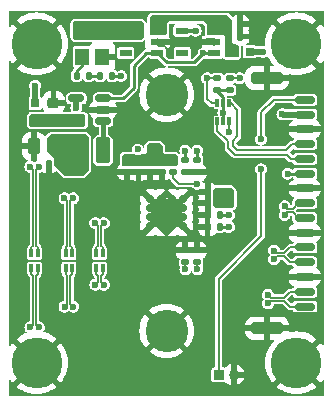
<source format=gbl>
%TF.GenerationSoftware,KiCad,Pcbnew,8.0.0-rc1*%
%TF.CreationDate,2025-03-12T12:31:09+03:00*%
%TF.ProjectId,IMX219_V2.0,494d5832-3139-45f5-9632-2e302e6b6963,rev?*%
%TF.SameCoordinates,Original*%
%TF.FileFunction,Copper,L4,Bot*%
%TF.FilePolarity,Positive*%
%FSLAX46Y46*%
G04 Gerber Fmt 4.6, Leading zero omitted, Abs format (unit mm)*
G04 Created by KiCad (PCBNEW 8.0.0-rc1) date 2025-03-12 12:31:09*
%MOMM*%
%LPD*%
G01*
G04 APERTURE LIST*
G04 Aperture macros list*
%AMRoundRect*
0 Rectangle with rounded corners*
0 $1 Rounding radius*
0 $2 $3 $4 $5 $6 $7 $8 $9 X,Y pos of 4 corners*
0 Add a 4 corners polygon primitive as box body*
4,1,4,$2,$3,$4,$5,$6,$7,$8,$9,$2,$3,0*
0 Add four circle primitives for the rounded corners*
1,1,$1+$1,$2,$3*
1,1,$1+$1,$4,$5*
1,1,$1+$1,$6,$7*
1,1,$1+$1,$8,$9*
0 Add four rect primitives between the rounded corners*
20,1,$1+$1,$2,$3,$4,$5,0*
20,1,$1+$1,$4,$5,$6,$7,0*
20,1,$1+$1,$6,$7,$8,$9,0*
20,1,$1+$1,$8,$9,$2,$3,0*%
G04 Aperture macros list end*
%TA.AperFunction,SMDPad,CuDef*%
%ADD10R,1.200000X1.400000*%
%TD*%
%TA.AperFunction,ComponentPad*%
%ADD11C,4.300000*%
%TD*%
%TA.AperFunction,ComponentPad*%
%ADD12C,3.600000*%
%TD*%
%TA.AperFunction,ComponentPad*%
%ADD13C,0.700000*%
%TD*%
%TA.AperFunction,ComponentPad*%
%ADD14R,0.850000X0.850000*%
%TD*%
%TA.AperFunction,ComponentPad*%
%ADD15O,0.850000X0.850000*%
%TD*%
%TA.AperFunction,SMDPad,CuDef*%
%ADD16RoundRect,0.140000X-0.170000X0.140000X-0.170000X-0.140000X0.170000X-0.140000X0.170000X0.140000X0*%
%TD*%
%TA.AperFunction,SMDPad,CuDef*%
%ADD17RoundRect,0.140000X0.140000X0.170000X-0.140000X0.170000X-0.140000X-0.170000X0.140000X-0.170000X0*%
%TD*%
%TA.AperFunction,SMDPad,CuDef*%
%ADD18R,0.300000X0.700000*%
%TD*%
%TA.AperFunction,SMDPad,CuDef*%
%ADD19RoundRect,0.250000X0.250000X0.475000X-0.250000X0.475000X-0.250000X-0.475000X0.250000X-0.475000X0*%
%TD*%
%TA.AperFunction,SMDPad,CuDef*%
%ADD20R,0.340000X0.700000*%
%TD*%
%TA.AperFunction,SMDPad,CuDef*%
%ADD21R,0.700000X0.750000*%
%TD*%
%TA.AperFunction,SMDPad,CuDef*%
%ADD22RoundRect,0.135000X0.185000X-0.135000X0.185000X0.135000X-0.185000X0.135000X-0.185000X-0.135000X0*%
%TD*%
%TA.AperFunction,SMDPad,CuDef*%
%ADD23RoundRect,0.140000X-0.140000X-0.170000X0.140000X-0.170000X0.140000X0.170000X-0.140000X0.170000X0*%
%TD*%
%TA.AperFunction,SMDPad,CuDef*%
%ADD24RoundRect,0.135000X-0.135000X-0.185000X0.135000X-0.185000X0.135000X0.185000X-0.135000X0.185000X0*%
%TD*%
%TA.AperFunction,SMDPad,CuDef*%
%ADD25RoundRect,0.135000X-0.185000X0.135000X-0.185000X-0.135000X0.185000X-0.135000X0.185000X0.135000X0*%
%TD*%
%TA.AperFunction,SMDPad,CuDef*%
%ADD26R,1.050000X0.600000*%
%TD*%
%TA.AperFunction,SMDPad,CuDef*%
%ADD27RoundRect,0.150000X0.512500X0.150000X-0.512500X0.150000X-0.512500X-0.150000X0.512500X-0.150000X0*%
%TD*%
%TA.AperFunction,SMDPad,CuDef*%
%ADD28RoundRect,0.140000X0.170000X-0.140000X0.170000X0.140000X-0.170000X0.140000X-0.170000X-0.140000X0*%
%TD*%
%TA.AperFunction,SMDPad,CuDef*%
%ADD29RoundRect,0.250000X0.375000X0.850000X-0.375000X0.850000X-0.375000X-0.850000X0.375000X-0.850000X0*%
%TD*%
%TA.AperFunction,SMDPad,CuDef*%
%ADD30RoundRect,0.150000X0.700000X-0.150000X0.700000X0.150000X-0.700000X0.150000X-0.700000X-0.150000X0*%
%TD*%
%TA.AperFunction,SMDPad,CuDef*%
%ADD31RoundRect,0.250000X1.100000X-0.250000X1.100000X0.250000X-1.100000X0.250000X-1.100000X-0.250000X0*%
%TD*%
%TA.AperFunction,SMDPad,CuDef*%
%ADD32R,0.750000X0.700000*%
%TD*%
%TA.AperFunction,SMDPad,CuDef*%
%ADD33RoundRect,0.225000X0.250000X-0.225000X0.250000X0.225000X-0.250000X0.225000X-0.250000X-0.225000X0*%
%TD*%
%TA.AperFunction,ViaPad*%
%ADD34C,0.600000*%
%TD*%
%TA.AperFunction,Conductor*%
%ADD35C,0.508000*%
%TD*%
%TA.AperFunction,Conductor*%
%ADD36C,0.254000*%
%TD*%
%TA.AperFunction,Conductor*%
%ADD37C,0.321000*%
%TD*%
%TA.AperFunction,Conductor*%
%ADD38C,0.200000*%
%TD*%
%TA.AperFunction,Conductor*%
%ADD39C,0.145600*%
%TD*%
%TA.AperFunction,Conductor*%
%ADD40C,0.381000*%
%TD*%
G04 APERTURE END LIST*
D10*
X171955000Y-69375000D03*
X171955000Y-71575000D03*
X173655000Y-71575000D03*
X173655000Y-69375000D03*
D11*
X168090000Y-97490000D03*
D12*
X179090000Y-94790000D03*
X179090000Y-74790000D03*
D11*
X168090000Y-70490000D03*
D13*
X177710000Y-83630000D03*
X177710000Y-84390000D03*
X177710000Y-85190000D03*
X177710000Y-85950000D03*
X178600000Y-83630000D03*
X178600000Y-84390000D03*
X178600000Y-85190000D03*
X178600000Y-85950000D03*
X179580000Y-83630000D03*
X179580000Y-84390000D03*
X179580000Y-85190000D03*
X179580000Y-85950000D03*
X180470000Y-83630000D03*
X180470000Y-84390000D03*
X180470000Y-85190000D03*
X180470000Y-85950000D03*
D11*
X190090000Y-97490000D03*
X190090000Y-70490000D03*
D14*
X183515000Y-98515000D03*
D15*
X184765000Y-98515000D03*
D16*
X175720000Y-80350000D03*
X175720000Y-81310000D03*
D17*
X185310000Y-68840000D03*
X184350000Y-68840000D03*
D18*
X173690000Y-89490000D03*
X173690000Y-88240000D03*
X173140000Y-88240000D03*
X173140000Y-89490000D03*
D19*
X169750000Y-79160000D03*
X167850000Y-79160000D03*
D18*
X171090000Y-89490000D03*
X171090000Y-88240000D03*
X170540000Y-88240000D03*
X170540000Y-89490000D03*
D20*
X183400000Y-75540000D03*
X183900000Y-75540000D03*
X184400000Y-75540000D03*
X184400000Y-77040000D03*
X183900000Y-77040000D03*
X183400000Y-77040000D03*
D21*
X167960000Y-75525000D03*
X167960000Y-76975000D03*
D22*
X180680000Y-81360000D03*
X180680000Y-80340000D03*
D23*
X182570000Y-83020000D03*
X183530000Y-83020000D03*
D17*
X185310000Y-69870000D03*
X184350000Y-69870000D03*
D24*
X173460000Y-73210000D03*
X174480000Y-73210000D03*
D17*
X183530000Y-84000000D03*
X182570000Y-84000000D03*
D25*
X181680000Y-87970000D03*
X181680000Y-88990000D03*
D23*
X169110000Y-80690000D03*
X170070000Y-80690000D03*
D26*
X183095000Y-69370000D03*
X183105000Y-70320000D03*
X183105000Y-71270000D03*
X180415000Y-71270000D03*
X180395000Y-69370000D03*
D27*
X173727500Y-75110000D03*
X173727500Y-76060000D03*
X173727500Y-77010000D03*
X171452500Y-77010000D03*
X171452500Y-75110000D03*
D24*
X182560000Y-84990000D03*
X183580000Y-84990000D03*
D22*
X183400000Y-74420000D03*
X183400000Y-73400000D03*
D28*
X176720000Y-81310000D03*
X176720000Y-80350000D03*
D22*
X181690000Y-81360000D03*
X181690000Y-80340000D03*
D29*
X173725000Y-79520000D03*
X171575000Y-79520000D03*
D30*
X190800000Y-92730000D03*
X190800000Y-91480000D03*
X190800000Y-90230000D03*
X190800000Y-88980000D03*
X190800000Y-87730000D03*
X190800000Y-86480000D03*
X190800000Y-85230000D03*
X190800000Y-83980000D03*
X190800000Y-82730000D03*
X190800000Y-81480000D03*
X190800000Y-80230000D03*
X190800000Y-78980000D03*
D31*
X187600000Y-94580000D03*
D30*
X190800000Y-77730000D03*
D31*
X187600000Y-73380000D03*
D30*
X190800000Y-76480000D03*
X190800000Y-75230000D03*
D26*
X178310000Y-69370000D03*
X178320000Y-70320000D03*
X178320000Y-71270000D03*
X175630000Y-71270000D03*
X175610000Y-69370000D03*
D32*
X186120000Y-71170000D03*
X184670000Y-71170000D03*
D28*
X178690000Y-81310000D03*
X178690000Y-80350000D03*
D25*
X180680000Y-87970000D03*
X180680000Y-88990000D03*
X179680000Y-80330000D03*
X179680000Y-81350000D03*
D18*
X168190000Y-89489997D03*
X168190000Y-88239997D03*
X167640000Y-88239997D03*
X167640000Y-89489997D03*
D16*
X177710000Y-80350000D03*
X177710000Y-81310000D03*
D24*
X182560000Y-85990000D03*
X183580000Y-85990000D03*
D22*
X184480000Y-74420000D03*
X184480000Y-73400000D03*
D33*
X169520000Y-77015000D03*
X169520000Y-75465000D03*
D24*
X171480000Y-73210000D03*
X172500000Y-73210000D03*
D34*
X173290000Y-83690000D03*
X174690000Y-90590000D03*
X174690000Y-85890000D03*
X179240000Y-70320000D03*
X182110000Y-70320000D03*
X176830000Y-69410000D03*
X183900000Y-76310000D03*
X178035000Y-79485000D03*
X184270000Y-83740000D03*
X181560000Y-69370000D03*
X171820000Y-81180000D03*
X170850000Y-81180000D03*
X171450000Y-75890000D03*
X176640000Y-79430000D03*
X181690000Y-89590000D03*
X187280000Y-71180000D03*
X188900000Y-76450000D03*
X167970000Y-74050000D03*
X168278500Y-94490000D03*
X187690000Y-92468500D03*
X168278500Y-80890000D03*
X167551500Y-80890000D03*
X167551500Y-94490000D03*
X187690000Y-91741500D03*
X171179962Y-92745875D03*
X188190000Y-88718500D03*
X171178500Y-83562600D03*
X170451500Y-83562600D03*
X188190000Y-87991500D03*
X170452962Y-92743877D03*
X173790000Y-90890000D03*
X189090000Y-84968500D03*
X173778500Y-85662600D03*
X173051500Y-85662600D03*
X173062997Y-90890000D03*
X189090000Y-84241500D03*
X189350000Y-81480000D03*
X182220000Y-71270000D03*
X182530000Y-73410000D03*
X185300000Y-73400000D03*
X184400000Y-77930000D03*
X181670000Y-82340000D03*
X181690000Y-79530000D03*
X180680000Y-79540000D03*
X187090000Y-78590000D03*
X187090000Y-81090000D03*
X184370000Y-84990000D03*
X180680000Y-89590000D03*
X175260000Y-73220000D03*
X184370000Y-85990000D03*
D35*
X178320000Y-70320000D02*
X179240000Y-70320000D01*
X182110000Y-70320000D02*
X183105000Y-70320000D01*
D36*
X183400000Y-74420000D02*
X184480000Y-74420000D01*
X183900000Y-77040000D02*
X183900000Y-76310000D01*
X183900000Y-75540000D02*
X183900000Y-75010000D01*
X183900000Y-76310000D02*
X183900000Y-75540000D01*
X183400000Y-74510000D02*
X183400000Y-74420000D01*
X183900000Y-75010000D02*
X183400000Y-74510000D01*
D37*
X181560000Y-69370000D02*
X180395000Y-69370000D01*
D35*
X171452500Y-75887500D02*
X171450000Y-75890000D01*
X171452500Y-75110000D02*
X171452500Y-75887500D01*
D38*
X181680000Y-89580000D02*
X181690000Y-89590000D01*
X181680000Y-88990000D02*
X181680000Y-89580000D01*
D35*
X188930000Y-76480000D02*
X190800000Y-76480000D01*
X186120000Y-71170000D02*
X187270000Y-71170000D01*
X188900000Y-76450000D02*
X188930000Y-76480000D01*
X167960000Y-74060000D02*
X167960000Y-75525000D01*
X187270000Y-71170000D02*
X187280000Y-71180000D01*
X167970000Y-74050000D02*
X167960000Y-74060000D01*
D39*
X168190000Y-89489997D02*
X168190000Y-90014998D01*
X190800000Y-92730000D02*
X189524999Y-92730000D01*
X189524999Y-92730000D02*
X189036299Y-92241300D01*
X189036299Y-92241300D02*
X187917200Y-92241300D01*
X187917200Y-92241300D02*
X187690000Y-92468500D01*
X168051300Y-94262800D02*
X168278500Y-94490000D01*
X168051300Y-90153698D02*
X168051300Y-94262800D01*
X168190000Y-90014998D02*
X168051300Y-90153698D01*
X168051300Y-87576296D02*
X168051300Y-81117200D01*
X168190000Y-88239997D02*
X168190000Y-87714996D01*
X168190000Y-87714996D02*
X168051300Y-87576296D01*
X168051300Y-81117200D02*
X168278500Y-80890000D01*
X167778700Y-87576296D02*
X167778700Y-81117200D01*
X167640000Y-88239997D02*
X167640000Y-87714996D01*
X167640000Y-87714996D02*
X167778700Y-87576296D01*
X167778700Y-81117200D02*
X167551500Y-80890000D01*
X167640000Y-89489997D02*
X167640000Y-90014998D01*
X167778700Y-90153698D02*
X167778700Y-94262800D01*
X187917200Y-91968700D02*
X187690000Y-91741500D01*
X167778700Y-94262800D02*
X167551500Y-94490000D01*
X189036299Y-91968700D02*
X187917200Y-91968700D01*
X189524999Y-91480000D02*
X189036299Y-91968700D01*
X190800000Y-91480000D02*
X189524999Y-91480000D01*
X167640000Y-90014998D02*
X167778700Y-90153698D01*
X171179962Y-92745875D02*
X170951300Y-92517213D01*
X190800000Y-88980000D02*
X189524999Y-88980000D01*
X170951300Y-90153701D02*
X171090000Y-90015001D01*
X189036299Y-88491300D02*
X188417200Y-88491300D01*
X188417200Y-88491300D02*
X188190000Y-88718500D01*
X170951300Y-92517213D02*
X170951300Y-90153701D01*
X171090000Y-90015001D02*
X171090000Y-89490000D01*
X189524999Y-88980000D02*
X189036299Y-88491300D01*
X171090000Y-87714999D02*
X170951300Y-87576299D01*
X170951300Y-83789800D02*
X171178500Y-83562600D01*
X170951300Y-87576299D02*
X170951300Y-83789800D01*
X171090000Y-88240000D02*
X171090000Y-87714999D01*
X170540000Y-87714999D02*
X170678700Y-87576299D01*
X170678700Y-83789800D02*
X170451500Y-83562600D01*
X170540000Y-88240000D02*
X170540000Y-87714999D01*
X170678700Y-87576299D02*
X170678700Y-83789800D01*
X189524999Y-87730000D02*
X189036299Y-88218700D01*
X170678700Y-92518139D02*
X170678700Y-90153701D01*
X170452962Y-92743877D02*
X170678700Y-92518139D01*
X170540000Y-90015001D02*
X170540000Y-89490000D01*
X190800000Y-87730000D02*
X189524999Y-87730000D01*
X189036299Y-88218700D02*
X188417200Y-88218700D01*
X170678700Y-90153701D02*
X170540000Y-90015001D01*
X188417200Y-88218700D02*
X188190000Y-87991500D01*
X189317200Y-84741300D02*
X189090000Y-84968500D01*
X189761300Y-84741300D02*
X189317200Y-84741300D01*
X173551300Y-90651300D02*
X173551300Y-90153701D01*
X190800000Y-85230000D02*
X190250000Y-85230000D01*
X173690000Y-90015001D02*
X173690000Y-89490000D01*
X190250000Y-85230000D02*
X189761300Y-84741300D01*
X173790000Y-90890000D02*
X173551300Y-90651300D01*
X173551300Y-90153701D02*
X173690000Y-90015001D01*
X173551300Y-85889800D02*
X173778500Y-85662600D01*
X173690000Y-87714999D02*
X173551300Y-87576299D01*
X173690000Y-88240000D02*
X173690000Y-87714999D01*
X173551300Y-87576299D02*
X173551300Y-85889800D01*
X173140000Y-88240000D02*
X173140000Y-87714999D01*
X173278700Y-87576299D02*
X173278700Y-85889800D01*
X173140000Y-87714999D02*
X173278700Y-87576299D01*
X173278700Y-85889800D02*
X173051500Y-85662600D01*
X173062997Y-90890000D02*
X173278700Y-90674297D01*
X190250000Y-83980000D02*
X189761300Y-84468700D01*
X189761300Y-84468700D02*
X189317200Y-84468700D01*
X173140000Y-90015001D02*
X173140000Y-89490000D01*
X189317200Y-84468700D02*
X189090000Y-84241500D01*
X173278700Y-90153701D02*
X173140000Y-90015001D01*
X190800000Y-83980000D02*
X190250000Y-83980000D01*
X173278700Y-90674297D02*
X173278700Y-90153701D01*
D36*
X173727500Y-75110000D02*
X175420000Y-75110000D01*
X176320000Y-74210000D02*
X176320000Y-72340000D01*
X176320000Y-72340000D02*
X177390000Y-71270000D01*
X182220000Y-71270000D02*
X183105000Y-71270000D01*
X181420000Y-72070000D02*
X182220000Y-71270000D01*
X178320000Y-71280000D02*
X179110000Y-72070000D01*
X175420000Y-75110000D02*
X176320000Y-74210000D01*
X178320000Y-71270000D02*
X178320000Y-71280000D01*
X179110000Y-72070000D02*
X181420000Y-72070000D01*
X189350000Y-81480000D02*
X190800000Y-81480000D01*
X177390000Y-71270000D02*
X178320000Y-71270000D01*
D38*
X182530000Y-73410000D02*
X182530000Y-75160000D01*
X183400000Y-73400000D02*
X182540000Y-73400000D01*
X182540000Y-73400000D02*
X182530000Y-73410000D01*
X182530000Y-75160000D02*
X182910000Y-75540000D01*
X182910000Y-75540000D02*
X183400000Y-75540000D01*
X185090000Y-76060000D02*
X184570000Y-75540000D01*
X184570000Y-75540000D02*
X184400000Y-75540000D01*
X189720000Y-78980000D02*
X189230000Y-79470000D01*
X190800000Y-78980000D02*
X189720000Y-78980000D01*
X189230000Y-79470000D02*
X185055686Y-79470000D01*
X184700000Y-78720000D02*
X185090000Y-78330000D01*
X185055686Y-79470000D02*
X184700000Y-79114314D01*
X184700000Y-79114314D02*
X184700000Y-78720000D01*
X185090000Y-78330000D02*
X185090000Y-76060000D01*
X185300000Y-73400000D02*
X184480000Y-73400000D01*
X184400000Y-77040000D02*
X184400000Y-77930000D01*
X190800000Y-80230000D02*
X189620000Y-80230000D01*
X189620000Y-80230000D02*
X189260000Y-79870000D01*
X189260000Y-79870000D02*
X184890000Y-79870000D01*
X183400000Y-77830000D02*
X183400000Y-77040000D01*
X184890000Y-79870000D02*
X184300000Y-79280000D01*
X184300000Y-78730000D02*
X183400000Y-77830000D01*
X184300000Y-79280000D02*
X184300000Y-78730000D01*
D40*
X173727500Y-79517500D02*
X173725000Y-79520000D01*
X173727500Y-77010000D02*
X173727500Y-79517500D01*
D36*
X171480000Y-72790000D02*
X171955000Y-72315000D01*
X171480000Y-73210000D02*
X171480000Y-72790000D01*
X171955000Y-72315000D02*
X171955000Y-71575000D01*
X172500000Y-73210000D02*
X173460000Y-73210000D01*
D38*
X179680000Y-81350000D02*
X179680000Y-81890000D01*
X180130000Y-82340000D02*
X181670000Y-82340000D01*
X179680000Y-81890000D02*
X179890000Y-82100000D01*
X179890000Y-82100000D02*
X180130000Y-82340000D01*
D36*
X181690000Y-80340000D02*
X181690000Y-79530000D01*
X180680000Y-80340000D02*
X180680000Y-79540000D01*
D38*
X183515000Y-98515000D02*
X183515000Y-90365000D01*
X187090000Y-76290000D02*
X188150000Y-75230000D01*
X187090000Y-78590000D02*
X187090000Y-76290000D01*
X188150000Y-75230000D02*
X190800000Y-75230000D01*
X187090000Y-86790000D02*
X187090000Y-81090000D01*
X183515000Y-90365000D02*
X187090000Y-86790000D01*
D36*
X183580000Y-84990000D02*
X184370000Y-84990000D01*
D38*
X180680000Y-88990000D02*
X180680000Y-89590000D01*
D36*
X174480000Y-73210000D02*
X175250000Y-73210000D01*
X175250000Y-73210000D02*
X175260000Y-73220000D01*
X183580000Y-85990000D02*
X184370000Y-85990000D01*
%TA.AperFunction,Conductor*%
G36*
X177460000Y-85140272D02*
G01*
X177460000Y-85239728D01*
X177498059Y-85331612D01*
X177391095Y-85224648D01*
X177376743Y-85190000D01*
X177391095Y-85155352D01*
X177498059Y-85048387D01*
X177460000Y-85140272D01*
G37*
%TD.AperFunction*%
%TA.AperFunction,Conductor*%
G36*
X177460000Y-84340272D02*
G01*
X177460000Y-84439728D01*
X177498059Y-84531612D01*
X177391095Y-84424648D01*
X177376743Y-84390000D01*
X177391095Y-84355352D01*
X177498059Y-84248387D01*
X177460000Y-84340272D01*
G37*
%TD.AperFunction*%
%TA.AperFunction,Conductor*%
G36*
X180788905Y-85155352D02*
G01*
X180803257Y-85190000D01*
X180788905Y-85224648D01*
X180681940Y-85331612D01*
X180720000Y-85239728D01*
X180720000Y-85140272D01*
X180681940Y-85048387D01*
X180788905Y-85155352D01*
G37*
%TD.AperFunction*%
%TA.AperFunction,Conductor*%
G36*
X180788905Y-84355352D02*
G01*
X180803257Y-84390000D01*
X180788905Y-84424648D01*
X180681940Y-84531612D01*
X180720000Y-84439728D01*
X180720000Y-84340272D01*
X180681940Y-84248387D01*
X180788905Y-84355352D01*
G37*
%TD.AperFunction*%
%TA.AperFunction,Conductor*%
G36*
X192375648Y-67704352D02*
G01*
X192390000Y-67739000D01*
X192390000Y-68996513D01*
X192375648Y-69031161D01*
X192341000Y-69045513D01*
X192306352Y-69031161D01*
X192299067Y-69021863D01*
X192274893Y-68981875D01*
X192274892Y-68981874D01*
X192132906Y-68800645D01*
X191420046Y-69513505D01*
X191348549Y-69415097D01*
X191164903Y-69231451D01*
X191066492Y-69159952D01*
X191779353Y-68447092D01*
X191779353Y-68447091D01*
X191598125Y-68305107D01*
X191598124Y-68305106D01*
X191323767Y-68139252D01*
X191031432Y-68007682D01*
X191031410Y-68007674D01*
X190725361Y-67912305D01*
X190725335Y-67912299D01*
X190410018Y-67854515D01*
X190410006Y-67854513D01*
X190090000Y-67835156D01*
X189769993Y-67854513D01*
X189769981Y-67854515D01*
X189454664Y-67912299D01*
X189454638Y-67912305D01*
X189148589Y-68007674D01*
X189148567Y-68007682D01*
X188856232Y-68139252D01*
X188581875Y-68305106D01*
X188581874Y-68305107D01*
X188400645Y-68447091D01*
X188400645Y-68447092D01*
X189113505Y-69159952D01*
X189015097Y-69231451D01*
X188831451Y-69415097D01*
X188759952Y-69513505D01*
X188047092Y-68800645D01*
X188047091Y-68800645D01*
X187905107Y-68981874D01*
X187905106Y-68981875D01*
X187739252Y-69256232D01*
X187607682Y-69548567D01*
X187607674Y-69548589D01*
X187512305Y-69854638D01*
X187512299Y-69854664D01*
X187454515Y-70169981D01*
X187454513Y-70169993D01*
X187435156Y-70490000D01*
X187444118Y-70638171D01*
X187431884Y-70673622D01*
X187398165Y-70690040D01*
X187381402Y-70688144D01*
X187351965Y-70679500D01*
X187351961Y-70679500D01*
X187208039Y-70679500D01*
X187208034Y-70679500D01*
X187092193Y-70713515D01*
X187078388Y-70715500D01*
X186692505Y-70715500D01*
X186657857Y-70701148D01*
X186651763Y-70693722D01*
X186639553Y-70675448D01*
X186606340Y-70653256D01*
X186573231Y-70631133D01*
X186514748Y-70619500D01*
X185893893Y-70619500D01*
X185859245Y-70605148D01*
X185844893Y-70570500D01*
X185859245Y-70535852D01*
X185959718Y-70435378D01*
X185959722Y-70435373D01*
X186042030Y-70296198D01*
X186087145Y-70140914D01*
X186087145Y-70140913D01*
X186088791Y-70120000D01*
X185109000Y-70120000D01*
X185074352Y-70105648D01*
X185060000Y-70071000D01*
X185060000Y-69090000D01*
X185560000Y-69090000D01*
X185560000Y-69620000D01*
X186088790Y-69620000D01*
X186088790Y-69619999D01*
X186087145Y-69599086D01*
X186042031Y-69443803D01*
X186004263Y-69379944D01*
X185998978Y-69342815D01*
X186004263Y-69330056D01*
X186042031Y-69266196D01*
X186087145Y-69110914D01*
X186087145Y-69110913D01*
X186088791Y-69090000D01*
X185560000Y-69090000D01*
X185060000Y-69090000D01*
X185060000Y-68035494D01*
X185059999Y-68035493D01*
X185560000Y-68035493D01*
X185560000Y-68590000D01*
X186088790Y-68590000D01*
X186088790Y-68589999D01*
X186087145Y-68569086D01*
X186042030Y-68413801D01*
X185959722Y-68274626D01*
X185959718Y-68274621D01*
X185845378Y-68160281D01*
X185845373Y-68160277D01*
X185706198Y-68077969D01*
X185560000Y-68035493D01*
X185059999Y-68035493D01*
X184913801Y-68077969D01*
X184774626Y-68160277D01*
X184727409Y-68207494D01*
X184692761Y-68221845D01*
X184658113Y-68207493D01*
X184369664Y-67919044D01*
X184369662Y-67919042D01*
X184302995Y-67874495D01*
X184302991Y-67874493D01*
X184302989Y-67874492D01*
X184268354Y-67860145D01*
X184268344Y-67860142D01*
X184236630Y-67853834D01*
X184189704Y-67844500D01*
X177910296Y-67844500D01*
X177871155Y-67852285D01*
X177831655Y-67860142D01*
X177831645Y-67860145D01*
X177797010Y-67874492D01*
X177797006Y-67874494D01*
X177797005Y-67874495D01*
X177740429Y-67912299D01*
X177730335Y-67919044D01*
X177529044Y-68120335D01*
X177484492Y-68187010D01*
X177470145Y-68221645D01*
X177470142Y-68221655D01*
X177462285Y-68261155D01*
X177454500Y-68300296D01*
X177454500Y-68300299D01*
X177454500Y-68658664D01*
X177440148Y-68693312D01*
X177405500Y-68707664D01*
X177370852Y-68693312D01*
X177364759Y-68685888D01*
X177321838Y-68621655D01*
X177320958Y-68620338D01*
X177139662Y-68439042D01*
X177072995Y-68394495D01*
X177072991Y-68394493D01*
X177072989Y-68394492D01*
X177038354Y-68380145D01*
X177038344Y-68380142D01*
X177006630Y-68373834D01*
X176959704Y-68364500D01*
X171290296Y-68364500D01*
X171251155Y-68372285D01*
X171211655Y-68380142D01*
X171211645Y-68380145D01*
X171177010Y-68394492D01*
X171177006Y-68394494D01*
X171177005Y-68394495D01*
X171148113Y-68413801D01*
X171110335Y-68439044D01*
X171029044Y-68520335D01*
X170984492Y-68587010D01*
X170970145Y-68621645D01*
X170970142Y-68621655D01*
X170962781Y-68658664D01*
X170954500Y-68700296D01*
X170954500Y-69979704D01*
X170963111Y-70022995D01*
X170970142Y-70058344D01*
X170970145Y-70058354D01*
X170984492Y-70092989D01*
X170984493Y-70092991D01*
X170984495Y-70092995D01*
X171029042Y-70159662D01*
X171160338Y-70290958D01*
X171227005Y-70335505D01*
X171227010Y-70335507D01*
X171261645Y-70349854D01*
X171261647Y-70349854D01*
X171261653Y-70349857D01*
X171340296Y-70365500D01*
X171340299Y-70365500D01*
X172754052Y-70365500D01*
X172788700Y-70379852D01*
X172803052Y-70414500D01*
X172788700Y-70449148D01*
X172783417Y-70453726D01*
X172697811Y-70517811D01*
X172611647Y-70632909D01*
X172608025Y-70642623D01*
X172582470Y-70670072D01*
X172562114Y-70674500D01*
X171335252Y-70674500D01*
X171276769Y-70686133D01*
X171210447Y-70730447D01*
X171167064Y-70795376D01*
X171166133Y-70796769D01*
X171154500Y-70855252D01*
X171154500Y-72294748D01*
X171166133Y-72353231D01*
X171174430Y-72365648D01*
X171210447Y-72419552D01*
X171266814Y-72457215D01*
X171287649Y-72488398D01*
X171280333Y-72525180D01*
X171274240Y-72532605D01*
X171217934Y-72588911D01*
X171217930Y-72588916D01*
X171174820Y-72663587D01*
X171174818Y-72663591D01*
X171157307Y-72728940D01*
X171144625Y-72750905D01*
X171065936Y-72829593D01*
X171065935Y-72829595D01*
X171015933Y-72936824D01*
X171015932Y-72936825D01*
X171015932Y-72936827D01*
X171012167Y-72965430D01*
X171009500Y-72985687D01*
X171009500Y-73434312D01*
X171009499Y-73434312D01*
X171015502Y-73479906D01*
X171015932Y-73483173D01*
X171048240Y-73552457D01*
X171065935Y-73590404D01*
X171065936Y-73590406D01*
X171149593Y-73674063D01*
X171149595Y-73674064D01*
X171149596Y-73674065D01*
X171256827Y-73724068D01*
X171305684Y-73730500D01*
X171305687Y-73730500D01*
X171654312Y-73730500D01*
X171654316Y-73730500D01*
X171703173Y-73724068D01*
X171810404Y-73674065D01*
X171894065Y-73590404D01*
X171944068Y-73483173D01*
X171944068Y-73483171D01*
X171945591Y-73479906D01*
X171973241Y-73454569D01*
X172010708Y-73456205D01*
X172034409Y-73479906D01*
X172035931Y-73483171D01*
X172035932Y-73483173D01*
X172068240Y-73552457D01*
X172085935Y-73590404D01*
X172085936Y-73590406D01*
X172169593Y-73674063D01*
X172169595Y-73674064D01*
X172169596Y-73674065D01*
X172276827Y-73724068D01*
X172325684Y-73730500D01*
X172325687Y-73730500D01*
X172674312Y-73730500D01*
X172674316Y-73730500D01*
X172723173Y-73724068D01*
X172830404Y-73674065D01*
X172914065Y-73590404D01*
X172925542Y-73565790D01*
X172953192Y-73540455D01*
X172969951Y-73537500D01*
X172990049Y-73537500D01*
X173024697Y-73551852D01*
X173034458Y-73565791D01*
X173045935Y-73590404D01*
X173129593Y-73674063D01*
X173129595Y-73674064D01*
X173129596Y-73674065D01*
X173236827Y-73724068D01*
X173285684Y-73730500D01*
X173285687Y-73730500D01*
X173634312Y-73730500D01*
X173634316Y-73730500D01*
X173683173Y-73724068D01*
X173790404Y-73674065D01*
X173874065Y-73590404D01*
X173924068Y-73483173D01*
X173924068Y-73483171D01*
X173925591Y-73479906D01*
X173953241Y-73454569D01*
X173990708Y-73456205D01*
X174014409Y-73479906D01*
X174015931Y-73483171D01*
X174015932Y-73483173D01*
X174048240Y-73552457D01*
X174065935Y-73590404D01*
X174065936Y-73590406D01*
X174149593Y-73674063D01*
X174149595Y-73674064D01*
X174149596Y-73674065D01*
X174256827Y-73724068D01*
X174305684Y-73730500D01*
X174305687Y-73730500D01*
X174654312Y-73730500D01*
X174654316Y-73730500D01*
X174703173Y-73724068D01*
X174810404Y-73674065D01*
X174872615Y-73611854D01*
X174907263Y-73597502D01*
X174933754Y-73605281D01*
X175003483Y-73650092D01*
X175049947Y-73679953D01*
X175132996Y-73704338D01*
X175188034Y-73720499D01*
X175188037Y-73720499D01*
X175188039Y-73720500D01*
X175188040Y-73720500D01*
X175331960Y-73720500D01*
X175331961Y-73720500D01*
X175331963Y-73720499D01*
X175331965Y-73720499D01*
X175354795Y-73713795D01*
X175470053Y-73679953D01*
X175591128Y-73602143D01*
X175685377Y-73493373D01*
X175745165Y-73362457D01*
X175745165Y-73362455D01*
X175745166Y-73362454D01*
X175765647Y-73220002D01*
X175765647Y-73219997D01*
X175745166Y-73077545D01*
X175722474Y-73027857D01*
X175685377Y-72946627D01*
X175679716Y-72940094D01*
X175591128Y-72837857D01*
X175578434Y-72829699D01*
X175470053Y-72760047D01*
X175470050Y-72760046D01*
X175331965Y-72719500D01*
X175331961Y-72719500D01*
X175188039Y-72719500D01*
X175188034Y-72719500D01*
X175049948Y-72760046D01*
X174945929Y-72826894D01*
X174909022Y-72833552D01*
X174884790Y-72820320D01*
X174810406Y-72745936D01*
X174810404Y-72745935D01*
X174703175Y-72695933D01*
X174703174Y-72695932D01*
X174659914Y-72690237D01*
X174627435Y-72671485D01*
X174617729Y-72635260D01*
X174627084Y-72612291D01*
X174698351Y-72517091D01*
X174748598Y-72382373D01*
X174748598Y-72382372D01*
X174755000Y-72322834D01*
X174755000Y-71825000D01*
X173454000Y-71825000D01*
X173419352Y-71810648D01*
X173405000Y-71776000D01*
X173405000Y-71589748D01*
X174904500Y-71589748D01*
X174916133Y-71648231D01*
X174923278Y-71658924D01*
X174960447Y-71714552D01*
X174983497Y-71729953D01*
X175026769Y-71758867D01*
X175085252Y-71770500D01*
X175085255Y-71770500D01*
X176174745Y-71770500D01*
X176174748Y-71770500D01*
X176233231Y-71758867D01*
X176299552Y-71714552D01*
X176343867Y-71648231D01*
X176355500Y-71589748D01*
X176355500Y-70950252D01*
X176343867Y-70891769D01*
X176311650Y-70843553D01*
X176299552Y-70825447D01*
X176258260Y-70797857D01*
X176233231Y-70781133D01*
X176174748Y-70769500D01*
X175085252Y-70769500D01*
X175026769Y-70781133D01*
X174960447Y-70825447D01*
X174930650Y-70870043D01*
X174916133Y-70891769D01*
X174904500Y-70950252D01*
X174904500Y-71589748D01*
X173405000Y-71589748D01*
X173405000Y-71374000D01*
X173419352Y-71339352D01*
X173454000Y-71325000D01*
X174755000Y-71325000D01*
X174755000Y-70827165D01*
X174748598Y-70767627D01*
X174748598Y-70767626D01*
X174698351Y-70632908D01*
X174612188Y-70517811D01*
X174526583Y-70453726D01*
X174507447Y-70421473D01*
X174516722Y-70385135D01*
X174548975Y-70365999D01*
X174555948Y-70365500D01*
X176939701Y-70365500D01*
X176939704Y-70365500D01*
X177018347Y-70349857D01*
X177052995Y-70335505D01*
X177119662Y-70290958D01*
X177211352Y-70199268D01*
X177246000Y-70184916D01*
X177280648Y-70199268D01*
X177295000Y-70233916D01*
X177295000Y-70667834D01*
X177301401Y-70727372D01*
X177301401Y-70727373D01*
X177351647Y-70862089D01*
X177357602Y-70870043D01*
X177366877Y-70906381D01*
X177347742Y-70938635D01*
X177331059Y-70946739D01*
X177263589Y-70964819D01*
X177263587Y-70964819D01*
X177188916Y-71007930D01*
X177188907Y-71007937D01*
X176057937Y-72138907D01*
X176057930Y-72138916D01*
X176014819Y-72213587D01*
X176014819Y-72213589D01*
X175992500Y-72296882D01*
X175992500Y-74054049D01*
X175978148Y-74088697D01*
X175298697Y-74768148D01*
X175264049Y-74782500D01*
X174573954Y-74782500D01*
X174539306Y-74768148D01*
X174529932Y-74755019D01*
X174529198Y-74753517D01*
X174446483Y-74670802D01*
X174389967Y-74643173D01*
X174341396Y-74619428D01*
X174341394Y-74619427D01*
X174273262Y-74609500D01*
X174273260Y-74609500D01*
X173181740Y-74609500D01*
X173181738Y-74609500D01*
X173113605Y-74619427D01*
X173113603Y-74619428D01*
X173008519Y-74670801D01*
X173008515Y-74670803D01*
X172925803Y-74753515D01*
X172925801Y-74753519D01*
X172874428Y-74858603D01*
X172874427Y-74858605D01*
X172864500Y-74926738D01*
X172864500Y-75293260D01*
X172868999Y-75324145D01*
X172859792Y-75360500D01*
X172845455Y-75373385D01*
X172813445Y-75392316D01*
X172813443Y-75392317D01*
X172697317Y-75508443D01*
X172697313Y-75508448D01*
X172613719Y-75649798D01*
X172567899Y-75807508D01*
X172567899Y-75807511D01*
X172567703Y-75809999D01*
X172567704Y-75810000D01*
X174887296Y-75810000D01*
X174887296Y-75809999D01*
X174887100Y-75807511D01*
X174887100Y-75807508D01*
X174841280Y-75649798D01*
X174759457Y-75511443D01*
X174754172Y-75474314D01*
X174776690Y-75444324D01*
X174801633Y-75437500D01*
X175463118Y-75437500D01*
X175492180Y-75429712D01*
X175546410Y-75415181D01*
X175549738Y-75413260D01*
X175621083Y-75372069D01*
X175621082Y-75372069D01*
X175621090Y-75372065D01*
X176582065Y-74411090D01*
X176625181Y-74336410D01*
X176647500Y-74253116D01*
X176647500Y-74166884D01*
X176647500Y-72495951D01*
X176661852Y-72461303D01*
X177511303Y-71611852D01*
X177545951Y-71597500D01*
X177555829Y-71597500D01*
X177590477Y-71611852D01*
X177603887Y-71636940D01*
X177606133Y-71648231D01*
X177613278Y-71658924D01*
X177650447Y-71714552D01*
X177673497Y-71729953D01*
X177716769Y-71758867D01*
X177775252Y-71770500D01*
X178327049Y-71770500D01*
X178361697Y-71784852D01*
X178847935Y-72271090D01*
X178908910Y-72332065D01*
X178908913Y-72332066D01*
X178908916Y-72332069D01*
X178983587Y-72375180D01*
X178983589Y-72375180D01*
X178983590Y-72375181D01*
X179015853Y-72383826D01*
X179047320Y-72392258D01*
X179077073Y-72415088D01*
X179081968Y-72452270D01*
X179059138Y-72482023D01*
X179037843Y-72488483D01*
X178789151Y-72504783D01*
X178493444Y-72563602D01*
X178207941Y-72660517D01*
X177937532Y-72793868D01*
X177686843Y-72961371D01*
X177648528Y-72994973D01*
X177648527Y-72994974D01*
X178399873Y-73746320D01*
X178275680Y-73836554D01*
X178136554Y-73975680D01*
X178046320Y-74099873D01*
X177294974Y-73348527D01*
X177294973Y-73348528D01*
X177261371Y-73386843D01*
X177093868Y-73637532D01*
X176960517Y-73907941D01*
X176863602Y-74193444D01*
X176804783Y-74489151D01*
X176785065Y-74789999D01*
X176785065Y-74790000D01*
X176804783Y-75090848D01*
X176863602Y-75386555D01*
X176960518Y-75672060D01*
X177093868Y-75942468D01*
X177261371Y-76193156D01*
X177294973Y-76231470D01*
X177294974Y-76231471D01*
X178046320Y-75480125D01*
X178136554Y-75604320D01*
X178275680Y-75743446D01*
X178399873Y-75833678D01*
X177648527Y-76585024D01*
X177648528Y-76585025D01*
X177686844Y-76618628D01*
X177686843Y-76618628D01*
X177937531Y-76786131D01*
X178207939Y-76919481D01*
X178493444Y-77016397D01*
X178789151Y-77075216D01*
X179089999Y-77094935D01*
X179090001Y-77094935D01*
X179390848Y-77075216D01*
X179686555Y-77016397D01*
X179972060Y-76919481D01*
X180242468Y-76786131D01*
X180493155Y-76618628D01*
X180531470Y-76585025D01*
X180531471Y-76585024D01*
X179780126Y-75833679D01*
X179904320Y-75743446D01*
X180043446Y-75604320D01*
X180133679Y-75480126D01*
X180885024Y-76231471D01*
X180885025Y-76231470D01*
X180918628Y-76193155D01*
X181086131Y-75942468D01*
X181219481Y-75672060D01*
X181316397Y-75386555D01*
X181375216Y-75090848D01*
X181394935Y-74790000D01*
X181394935Y-74789999D01*
X181375216Y-74489151D01*
X181316397Y-74193444D01*
X181219482Y-73907941D01*
X181086131Y-73637532D01*
X180934102Y-73410002D01*
X182024353Y-73410002D01*
X182044833Y-73552454D01*
X182067526Y-73602143D01*
X182104623Y-73683373D01*
X182104624Y-73683374D01*
X182104625Y-73683376D01*
X182198869Y-73792140D01*
X182198872Y-73792143D01*
X182206991Y-73797361D01*
X182228380Y-73828165D01*
X182229500Y-73838582D01*
X182229500Y-75199563D01*
X182249979Y-75275989D01*
X182249979Y-75275991D01*
X182285492Y-75337500D01*
X182289536Y-75344505D01*
X182289538Y-75344507D01*
X182289540Y-75344511D01*
X182669540Y-75724511D01*
X182725489Y-75780460D01*
X182794011Y-75820021D01*
X182829478Y-75829524D01*
X182870436Y-75840500D01*
X182870438Y-75840500D01*
X183060500Y-75840500D01*
X183095148Y-75854852D01*
X183109500Y-75889500D01*
X183109500Y-75901870D01*
X183113056Y-75919748D01*
X183116491Y-75937017D01*
X183143123Y-75976876D01*
X183169756Y-75994670D01*
X183182983Y-76003509D01*
X183218130Y-76010500D01*
X183410309Y-76010500D01*
X183444957Y-76024852D01*
X183459309Y-76059500D01*
X183454881Y-76079856D01*
X183414833Y-76167545D01*
X183394353Y-76309997D01*
X183394353Y-76310000D01*
X183414834Y-76452455D01*
X183414834Y-76452457D01*
X183436613Y-76500145D01*
X183437952Y-76537624D01*
X183412396Y-76565072D01*
X183392041Y-76569500D01*
X183218130Y-76569500D01*
X183191769Y-76574743D01*
X183182982Y-76576491D01*
X183143123Y-76603123D01*
X183116491Y-76642982D01*
X183116491Y-76642983D01*
X183109500Y-76678130D01*
X183109500Y-76678133D01*
X183109500Y-76956667D01*
X183107830Y-76969350D01*
X183099500Y-77000436D01*
X183099500Y-77869563D01*
X183108521Y-77903230D01*
X183119979Y-77945989D01*
X183128151Y-77960143D01*
X183136435Y-77974492D01*
X183159537Y-78014507D01*
X183159542Y-78014513D01*
X183985148Y-78840119D01*
X183999500Y-78874767D01*
X183999500Y-79319563D01*
X184017715Y-79387543D01*
X184019979Y-79395989D01*
X184030141Y-79413590D01*
X184030142Y-79413591D01*
X184059537Y-79464507D01*
X184059539Y-79464509D01*
X184059540Y-79464511D01*
X184649540Y-80054511D01*
X184705489Y-80110460D01*
X184774011Y-80150021D01*
X184809478Y-80159524D01*
X184850436Y-80170500D01*
X184850438Y-80170500D01*
X184929562Y-80170500D01*
X189115233Y-80170500D01*
X189149881Y-80184852D01*
X189379540Y-80414511D01*
X189435489Y-80470460D01*
X189475515Y-80493569D01*
X189502798Y-80509321D01*
X189504011Y-80510021D01*
X189539478Y-80519524D01*
X189580436Y-80530500D01*
X189580438Y-80530500D01*
X189659562Y-80530500D01*
X189752847Y-80530500D01*
X189787495Y-80544852D01*
X189796865Y-80557975D01*
X189810802Y-80586483D01*
X189893517Y-80669198D01*
X189998607Y-80720573D01*
X190046884Y-80727606D01*
X190066738Y-80730500D01*
X190066740Y-80730500D01*
X191533262Y-80730500D01*
X191550590Y-80727974D01*
X191601393Y-80720573D01*
X191706483Y-80669198D01*
X191789198Y-80586483D01*
X191840573Y-80481393D01*
X191850500Y-80413260D01*
X191850500Y-80046740D01*
X191840573Y-79978607D01*
X191789198Y-79873517D01*
X191706483Y-79790802D01*
X191653938Y-79765114D01*
X191601396Y-79739428D01*
X191601394Y-79739427D01*
X191533262Y-79729500D01*
X191533260Y-79729500D01*
X190066740Y-79729500D01*
X190066738Y-79729500D01*
X189998605Y-79739427D01*
X189998603Y-79739428D01*
X189893519Y-79790801D01*
X189893515Y-79790803D01*
X189810803Y-79873515D01*
X189810802Y-79873517D01*
X189800781Y-79894015D01*
X189772669Y-79918838D01*
X189735238Y-79916514D01*
X189722112Y-79907141D01*
X189504618Y-79689647D01*
X189490266Y-79654999D01*
X189504616Y-79620354D01*
X189764997Y-79359972D01*
X189799644Y-79345621D01*
X189834292Y-79359973D01*
X189893517Y-79419198D01*
X189998607Y-79470573D01*
X190046884Y-79477606D01*
X190066738Y-79480500D01*
X190066740Y-79480500D01*
X191533262Y-79480500D01*
X191550590Y-79477974D01*
X191601393Y-79470573D01*
X191706483Y-79419198D01*
X191789198Y-79336483D01*
X191840573Y-79231393D01*
X191850500Y-79163260D01*
X191850500Y-78796740D01*
X191840573Y-78728607D01*
X191789198Y-78623517D01*
X191731041Y-78565360D01*
X191716689Y-78530712D01*
X191731041Y-78496064D01*
X191752020Y-78483657D01*
X191760203Y-78481279D01*
X191901551Y-78397686D01*
X191901556Y-78397682D01*
X192017682Y-78281556D01*
X192017686Y-78281551D01*
X192101280Y-78140201D01*
X192147100Y-77982491D01*
X192147100Y-77982488D01*
X192147296Y-77980000D01*
X189452704Y-77980000D01*
X189452899Y-77982488D01*
X189452899Y-77982491D01*
X189498719Y-78140201D01*
X189582313Y-78281551D01*
X189582317Y-78281556D01*
X189698443Y-78397682D01*
X189698448Y-78397686D01*
X189839795Y-78481279D01*
X189847980Y-78483657D01*
X189877249Y-78507105D01*
X189881365Y-78544382D01*
X189868959Y-78565360D01*
X189810802Y-78623517D01*
X189796867Y-78652021D01*
X189768758Y-78676845D01*
X189752847Y-78679500D01*
X189680435Y-78679500D01*
X189604013Y-78699977D01*
X189604010Y-78699978D01*
X189535488Y-78739540D01*
X189535488Y-78739541D01*
X189119881Y-79155148D01*
X189085233Y-79169500D01*
X187233716Y-79169500D01*
X187199068Y-79155148D01*
X187184716Y-79120500D01*
X187199068Y-79085852D01*
X187219911Y-79073485D01*
X187247331Y-79065433D01*
X187300053Y-79049953D01*
X187421128Y-78972143D01*
X187515377Y-78863373D01*
X187575165Y-78732457D01*
X187575165Y-78732455D01*
X187575166Y-78732454D01*
X187595647Y-78590002D01*
X187595647Y-78589997D01*
X187575166Y-78447545D01*
X187567382Y-78430500D01*
X187515377Y-78316627D01*
X187511067Y-78311653D01*
X187421131Y-78207860D01*
X187421129Y-78207859D01*
X187421128Y-78207857D01*
X187413006Y-78202637D01*
X187391619Y-78171830D01*
X187390500Y-78161417D01*
X187390500Y-76450002D01*
X188394353Y-76450002D01*
X188414833Y-76592454D01*
X188423555Y-76611551D01*
X188474623Y-76723373D01*
X188474624Y-76723374D01*
X188474625Y-76723376D01*
X188537430Y-76795857D01*
X188568872Y-76832143D01*
X188689947Y-76909953D01*
X188766785Y-76932514D01*
X188828034Y-76950499D01*
X188828037Y-76950499D01*
X188828039Y-76950500D01*
X188828040Y-76950500D01*
X188971961Y-76950500D01*
X189019693Y-76936485D01*
X189033498Y-76934500D01*
X189735456Y-76934500D01*
X189770104Y-76948852D01*
X189784456Y-76983500D01*
X189770104Y-77018148D01*
X189760399Y-77025676D01*
X189698448Y-77062313D01*
X189698443Y-77062317D01*
X189582317Y-77178443D01*
X189582313Y-77178448D01*
X189498719Y-77319798D01*
X189452899Y-77477508D01*
X189452899Y-77477511D01*
X189452703Y-77479999D01*
X189452704Y-77480000D01*
X192147296Y-77480000D01*
X192147296Y-77479999D01*
X192147100Y-77477511D01*
X192147100Y-77477508D01*
X192101280Y-77319798D01*
X192017686Y-77178448D01*
X192017682Y-77178443D01*
X191901556Y-77062317D01*
X191901551Y-77062313D01*
X191760202Y-76978719D01*
X191752016Y-76976341D01*
X191722749Y-76952891D01*
X191718635Y-76915614D01*
X191731038Y-76894642D01*
X191789198Y-76836483D01*
X191840573Y-76731393D01*
X191850500Y-76663260D01*
X191850500Y-76296740D01*
X191840573Y-76228607D01*
X191789198Y-76123517D01*
X191706483Y-76040802D01*
X191641883Y-76009221D01*
X191601396Y-75989428D01*
X191601394Y-75989427D01*
X191533262Y-75979500D01*
X191533260Y-75979500D01*
X190066740Y-75979500D01*
X190066738Y-75979500D01*
X189998605Y-75989427D01*
X189998603Y-75989428D01*
X189935003Y-76020521D01*
X189913482Y-76025500D01*
X189179606Y-76025500D01*
X189153115Y-76017721D01*
X189110053Y-75990047D01*
X189110052Y-75990046D01*
X189110051Y-75990046D01*
X188971965Y-75949500D01*
X188971961Y-75949500D01*
X188828039Y-75949500D01*
X188828034Y-75949500D01*
X188689949Y-75990046D01*
X188689947Y-75990046D01*
X188689947Y-75990047D01*
X188652722Y-76013969D01*
X188568871Y-76067857D01*
X188474625Y-76176623D01*
X188474624Y-76176625D01*
X188414833Y-76307545D01*
X188394353Y-76449997D01*
X188394353Y-76450002D01*
X187390500Y-76450002D01*
X187390500Y-76434767D01*
X187404852Y-76400119D01*
X188260119Y-75544852D01*
X188294767Y-75530500D01*
X189752847Y-75530500D01*
X189787495Y-75544852D01*
X189796865Y-75557975D01*
X189810802Y-75586483D01*
X189893517Y-75669198D01*
X189998607Y-75720573D01*
X190046884Y-75727606D01*
X190066738Y-75730500D01*
X190066740Y-75730500D01*
X191533262Y-75730500D01*
X191550590Y-75727974D01*
X191601393Y-75720573D01*
X191706483Y-75669198D01*
X191789198Y-75586483D01*
X191840573Y-75481393D01*
X191850500Y-75413260D01*
X191850500Y-75046740D01*
X191840573Y-74978607D01*
X191789198Y-74873517D01*
X191706483Y-74790802D01*
X191653938Y-74765114D01*
X191601396Y-74739428D01*
X191601394Y-74739427D01*
X191533262Y-74729500D01*
X191533260Y-74729500D01*
X190066740Y-74729500D01*
X190066738Y-74729500D01*
X189998605Y-74739427D01*
X189998603Y-74739428D01*
X189893519Y-74790801D01*
X189893515Y-74790803D01*
X189810802Y-74873516D01*
X189810802Y-74873517D01*
X189796867Y-74902021D01*
X189768758Y-74926845D01*
X189752847Y-74929500D01*
X188110436Y-74929500D01*
X188034012Y-74949978D01*
X188034008Y-74949980D01*
X187984426Y-74978606D01*
X187965495Y-74989535D01*
X187965486Y-74989542D01*
X186849541Y-76105488D01*
X186849540Y-76105488D01*
X186809979Y-76174008D01*
X186809979Y-76174010D01*
X186789500Y-76250436D01*
X186789500Y-78161417D01*
X186775148Y-78196065D01*
X186766994Y-78202637D01*
X186758872Y-78207857D01*
X186758868Y-78207860D01*
X186664625Y-78316623D01*
X186664624Y-78316625D01*
X186604833Y-78447545D01*
X186584353Y-78589997D01*
X186584353Y-78590002D01*
X186604833Y-78732454D01*
X186608070Y-78739541D01*
X186664623Y-78863373D01*
X186664624Y-78863374D01*
X186664625Y-78863376D01*
X186757055Y-78970046D01*
X186758872Y-78972143D01*
X186879947Y-79049953D01*
X186919767Y-79061645D01*
X186960089Y-79073485D01*
X186989290Y-79097017D01*
X186993299Y-79134305D01*
X186969767Y-79163506D01*
X186946284Y-79169500D01*
X185200453Y-79169500D01*
X185165805Y-79155148D01*
X185014852Y-79004195D01*
X185000500Y-78969547D01*
X185000500Y-78864767D01*
X185014852Y-78830119D01*
X185330459Y-78514512D01*
X185330460Y-78514511D01*
X185370021Y-78445989D01*
X185390500Y-78369562D01*
X185390500Y-76020438D01*
X185390500Y-76020436D01*
X185375975Y-75966231D01*
X185370021Y-75944011D01*
X185370020Y-75944009D01*
X185370020Y-75944008D01*
X185330459Y-75875488D01*
X184754514Y-75299543D01*
X184754511Y-75299540D01*
X184754507Y-75299538D01*
X184754505Y-75299536D01*
X184743634Y-75293260D01*
X184715000Y-75276728D01*
X184692170Y-75246975D01*
X184690500Y-75234293D01*
X184690500Y-75178133D01*
X184690500Y-75178130D01*
X184683509Y-75142983D01*
X184674670Y-75129756D01*
X184656876Y-75103123D01*
X184617017Y-75076491D01*
X184581870Y-75069500D01*
X184581867Y-75069500D01*
X184276500Y-75069500D01*
X184241852Y-75055148D01*
X184227500Y-75020500D01*
X184227500Y-74966882D01*
X184223561Y-74952183D01*
X184228455Y-74915001D01*
X184258208Y-74892170D01*
X184270891Y-74890500D01*
X184704312Y-74890500D01*
X184704316Y-74890500D01*
X184753173Y-74884068D01*
X184860404Y-74834065D01*
X184944065Y-74750404D01*
X184994068Y-74643173D01*
X185000500Y-74594316D01*
X185000500Y-74245684D01*
X184994068Y-74196827D01*
X184944065Y-74089596D01*
X184944064Y-74089595D01*
X184944063Y-74089593D01*
X184860406Y-74005936D01*
X184860404Y-74005935D01*
X184795522Y-73975680D01*
X184753173Y-73955932D01*
X184753171Y-73955931D01*
X184749906Y-73954409D01*
X184724569Y-73926759D01*
X184726205Y-73889292D01*
X184749906Y-73865591D01*
X184753171Y-73864068D01*
X184753173Y-73864068D01*
X184860404Y-73814065D01*
X184896122Y-73778345D01*
X184930768Y-73763995D01*
X184965417Y-73778346D01*
X184967802Y-73780909D01*
X184968870Y-73782142D01*
X184984428Y-73792140D01*
X185089947Y-73859953D01*
X185166785Y-73882514D01*
X185228034Y-73900499D01*
X185228037Y-73900499D01*
X185228039Y-73900500D01*
X185228040Y-73900500D01*
X185371960Y-73900500D01*
X185371961Y-73900500D01*
X185371963Y-73900499D01*
X185371965Y-73900499D01*
X185410132Y-73889292D01*
X185510053Y-73859953D01*
X185631128Y-73782143D01*
X185672547Y-73734342D01*
X185706080Y-73717556D01*
X185741664Y-73729398D01*
X185758323Y-73761450D01*
X185760493Y-73782693D01*
X185815642Y-73949122D01*
X185907682Y-74098343D01*
X186031656Y-74222317D01*
X186180877Y-74314357D01*
X186347306Y-74369506D01*
X186450018Y-74379999D01*
X187349999Y-74379999D01*
X187350000Y-74379998D01*
X187350000Y-73630000D01*
X187850000Y-73630000D01*
X187850000Y-74379999D01*
X188749980Y-74379999D01*
X188852693Y-74369506D01*
X189019122Y-74314357D01*
X189168343Y-74222317D01*
X189292317Y-74098343D01*
X189384357Y-73949122D01*
X189439506Y-73782693D01*
X189450000Y-73679981D01*
X189450000Y-73630000D01*
X187850000Y-73630000D01*
X187350000Y-73630000D01*
X187350000Y-72380000D01*
X186450019Y-72380000D01*
X186347306Y-72390493D01*
X186180877Y-72445642D01*
X186031656Y-72537682D01*
X185907682Y-72661656D01*
X185815642Y-72810877D01*
X185760493Y-72977306D01*
X185754668Y-73034328D01*
X185736869Y-73067338D01*
X185700942Y-73078094D01*
X185668890Y-73061436D01*
X185631128Y-73017857D01*
X185595521Y-72994974D01*
X185510053Y-72940047D01*
X185499080Y-72936825D01*
X185371965Y-72899500D01*
X185371961Y-72899500D01*
X185228039Y-72899500D01*
X185228034Y-72899500D01*
X185089946Y-72940047D01*
X184968875Y-73017853D01*
X184968869Y-73017859D01*
X184967794Y-73019100D01*
X184966951Y-73019521D01*
X184966225Y-73020151D01*
X184966064Y-73019965D01*
X184934254Y-73035880D01*
X184898673Y-73024029D01*
X184896134Y-73021665D01*
X184860404Y-72985935D01*
X184860403Y-72985934D01*
X184753175Y-72935933D01*
X184753174Y-72935932D01*
X184743401Y-72934645D01*
X184704316Y-72929500D01*
X184255684Y-72929500D01*
X184223112Y-72933788D01*
X184206825Y-72935932D01*
X184206824Y-72935933D01*
X184099595Y-72985935D01*
X184099593Y-72985936D01*
X184015936Y-73069593D01*
X184015935Y-73069595D01*
X183984409Y-73137203D01*
X183956759Y-73162540D01*
X183919292Y-73160904D01*
X183895591Y-73137203D01*
X183877584Y-73098587D01*
X183864065Y-73069596D01*
X183864064Y-73069595D01*
X183864063Y-73069593D01*
X183780406Y-72985936D01*
X183780404Y-72985935D01*
X183682096Y-72940093D01*
X183673174Y-72935932D01*
X183663401Y-72934645D01*
X183624316Y-72929500D01*
X183175684Y-72929500D01*
X183143112Y-72933788D01*
X183126825Y-72935932D01*
X183126824Y-72935933D01*
X183019595Y-72985935D01*
X183019593Y-72985936D01*
X182952447Y-73053082D01*
X182917799Y-73067434D01*
X182883151Y-73053082D01*
X182880767Y-73050522D01*
X182861128Y-73027857D01*
X182740053Y-72950047D01*
X182740050Y-72950046D01*
X182601965Y-72909500D01*
X182601961Y-72909500D01*
X182458039Y-72909500D01*
X182458034Y-72909500D01*
X182319949Y-72950046D01*
X182319947Y-72950046D01*
X182319947Y-72950047D01*
X182298556Y-72963794D01*
X182198871Y-73027857D01*
X182104625Y-73136623D01*
X182104624Y-73136625D01*
X182044833Y-73267545D01*
X182024353Y-73409997D01*
X182024353Y-73410002D01*
X180934102Y-73410002D01*
X180918628Y-73386843D01*
X180885025Y-73348528D01*
X180885024Y-73348527D01*
X180133678Y-74099873D01*
X180043446Y-73975680D01*
X179904320Y-73836554D01*
X179780124Y-73746320D01*
X180531471Y-72994974D01*
X180531470Y-72994973D01*
X180493155Y-72961371D01*
X180493156Y-72961371D01*
X180242468Y-72793868D01*
X179972060Y-72660518D01*
X179686555Y-72563602D01*
X179390848Y-72504783D01*
X179247605Y-72495395D01*
X179213970Y-72478808D01*
X179201915Y-72443295D01*
X179218502Y-72409660D01*
X179250810Y-72397500D01*
X181463118Y-72397500D01*
X181492180Y-72389712D01*
X181546410Y-72375181D01*
X181621090Y-72332065D01*
X182168303Y-71784852D01*
X182202951Y-71770500D01*
X182291960Y-71770500D01*
X182291961Y-71770500D01*
X182291963Y-71770499D01*
X182291965Y-71770499D01*
X182414179Y-71734614D01*
X182427832Y-71730605D01*
X182465120Y-71734614D01*
X182468860Y-71736878D01*
X182501769Y-71758867D01*
X182560252Y-71770500D01*
X182560255Y-71770500D01*
X183649745Y-71770500D01*
X183649748Y-71770500D01*
X183708231Y-71758867D01*
X183774552Y-71714552D01*
X183777820Y-71709662D01*
X183802688Y-71672444D01*
X183833870Y-71651608D01*
X183870652Y-71658924D01*
X183884171Y-71672442D01*
X183908510Y-71708866D01*
X183909042Y-71709662D01*
X183970338Y-71770958D01*
X184037005Y-71815505D01*
X184037010Y-71815507D01*
X184071645Y-71829854D01*
X184071647Y-71829854D01*
X184071653Y-71829857D01*
X184150296Y-71845500D01*
X184150299Y-71845500D01*
X185109701Y-71845500D01*
X185109704Y-71845500D01*
X185188347Y-71829857D01*
X185222995Y-71815505D01*
X185289662Y-71770958D01*
X185340958Y-71719662D01*
X185385505Y-71652995D01*
X185399857Y-71618347D01*
X185415500Y-71539704D01*
X185415500Y-70740296D01*
X185415154Y-70738556D01*
X185415270Y-70737969D01*
X185415264Y-70737900D01*
X185415285Y-70737897D01*
X185422472Y-70701775D01*
X185453655Y-70680940D01*
X185463213Y-70679999D01*
X185508713Y-70679999D01*
X185543361Y-70694351D01*
X185557713Y-70728999D01*
X185556772Y-70738558D01*
X185556133Y-70741768D01*
X185556133Y-70741769D01*
X185544500Y-70800252D01*
X185544500Y-71539748D01*
X185556133Y-71598231D01*
X185569572Y-71618344D01*
X185600447Y-71664552D01*
X185624314Y-71680499D01*
X185666769Y-71708867D01*
X185725252Y-71720500D01*
X185725255Y-71720500D01*
X186514745Y-71720500D01*
X186514748Y-71720500D01*
X186573231Y-71708867D01*
X186639552Y-71664552D01*
X186643313Y-71658924D01*
X186651763Y-71646278D01*
X186682945Y-71625442D01*
X186692505Y-71624500D01*
X187031514Y-71624500D01*
X187058004Y-71632277D01*
X187069947Y-71639953D01*
X187123175Y-71655582D01*
X187208034Y-71680499D01*
X187208037Y-71680499D01*
X187208039Y-71680500D01*
X187208040Y-71680500D01*
X187351960Y-71680500D01*
X187351961Y-71680500D01*
X187351963Y-71680499D01*
X187351965Y-71680499D01*
X187372480Y-71674475D01*
X187490053Y-71639953D01*
X187583328Y-71580009D01*
X187606249Y-71565279D01*
X187643156Y-71558620D01*
X187673961Y-71580009D01*
X187677423Y-71586390D01*
X187739251Y-71723766D01*
X187739256Y-71723775D01*
X187905106Y-71998124D01*
X187905107Y-71998125D01*
X188102818Y-72250484D01*
X188148686Y-72296352D01*
X188163038Y-72331000D01*
X188148686Y-72365648D01*
X188114038Y-72380000D01*
X187850000Y-72380000D01*
X187850000Y-73130000D01*
X189449999Y-73130000D01*
X189449999Y-73125641D01*
X189464351Y-73090993D01*
X189498999Y-73076641D01*
X189507832Y-73077444D01*
X189769984Y-73125485D01*
X189769993Y-73125486D01*
X190090000Y-73144843D01*
X190410006Y-73125486D01*
X190410018Y-73125484D01*
X190725335Y-73067700D01*
X190725361Y-73067694D01*
X191031410Y-72972325D01*
X191031432Y-72972317D01*
X191323767Y-72840747D01*
X191598124Y-72674893D01*
X191598125Y-72674892D01*
X191779353Y-72532907D01*
X191779353Y-72532906D01*
X191066494Y-71820047D01*
X191164903Y-71748549D01*
X191348549Y-71564903D01*
X191420047Y-71466494D01*
X192132906Y-72179353D01*
X192132907Y-72179353D01*
X192274892Y-71998125D01*
X192274893Y-71998124D01*
X192299067Y-71958136D01*
X192329274Y-71935910D01*
X192366350Y-71941553D01*
X192388576Y-71971760D01*
X192390000Y-71983486D01*
X192390000Y-95996513D01*
X192375648Y-96031161D01*
X192341000Y-96045513D01*
X192306352Y-96031161D01*
X192299067Y-96021863D01*
X192274893Y-95981875D01*
X192274892Y-95981874D01*
X192132906Y-95800645D01*
X191420046Y-96513505D01*
X191348549Y-96415097D01*
X191164903Y-96231451D01*
X191066493Y-96159952D01*
X191779353Y-95447092D01*
X191779353Y-95447091D01*
X191598125Y-95305107D01*
X191598124Y-95305106D01*
X191323767Y-95139252D01*
X191031432Y-95007682D01*
X191031410Y-95007674D01*
X190725361Y-94912305D01*
X190725335Y-94912299D01*
X190410018Y-94854515D01*
X190410006Y-94854513D01*
X190090000Y-94835156D01*
X189769993Y-94854513D01*
X189769980Y-94854515D01*
X189507832Y-94902555D01*
X189471165Y-94894684D01*
X189450803Y-94863190D01*
X189450000Y-94854358D01*
X189450000Y-94830000D01*
X187850000Y-94830000D01*
X187850000Y-95579999D01*
X188134039Y-95579999D01*
X188168687Y-95594351D01*
X188183039Y-95628999D01*
X188168687Y-95663647D01*
X188102818Y-95729515D01*
X187905107Y-95981874D01*
X187905106Y-95981875D01*
X187739252Y-96256232D01*
X187607682Y-96548567D01*
X187607674Y-96548589D01*
X187512305Y-96854638D01*
X187512299Y-96854664D01*
X187454515Y-97169981D01*
X187454513Y-97169993D01*
X187435156Y-97490000D01*
X187454513Y-97810006D01*
X187454515Y-97810018D01*
X187512299Y-98125335D01*
X187512305Y-98125361D01*
X187607674Y-98431410D01*
X187607682Y-98431432D01*
X187739252Y-98723767D01*
X187905106Y-98998124D01*
X187905107Y-98998125D01*
X188047092Y-99179353D01*
X188759952Y-98466493D01*
X188831451Y-98564903D01*
X189015097Y-98748549D01*
X189113505Y-98820046D01*
X188400645Y-99532906D01*
X188400645Y-99532907D01*
X188581874Y-99674892D01*
X188581875Y-99674893D01*
X188856232Y-99840747D01*
X189148567Y-99972317D01*
X189148589Y-99972325D01*
X189454638Y-100067694D01*
X189454664Y-100067700D01*
X189769981Y-100125484D01*
X189769993Y-100125486D01*
X190090000Y-100144843D01*
X190410006Y-100125486D01*
X190410018Y-100125484D01*
X190725335Y-100067700D01*
X190725361Y-100067694D01*
X191031410Y-99972325D01*
X191031432Y-99972317D01*
X191323767Y-99840747D01*
X191598124Y-99674893D01*
X191598125Y-99674892D01*
X191779353Y-99532907D01*
X191779353Y-99532906D01*
X191066494Y-98820047D01*
X191164903Y-98748549D01*
X191348549Y-98564903D01*
X191420047Y-98466494D01*
X192132906Y-99179353D01*
X192132907Y-99179353D01*
X192274892Y-98998125D01*
X192274893Y-98998124D01*
X192299067Y-98958136D01*
X192329274Y-98935910D01*
X192366350Y-98941553D01*
X192388576Y-98971760D01*
X192390000Y-98983486D01*
X192390000Y-100241000D01*
X192375648Y-100275648D01*
X192341000Y-100290000D01*
X165839000Y-100290000D01*
X165804352Y-100275648D01*
X165790000Y-100241000D01*
X165790000Y-98983486D01*
X165804352Y-98948838D01*
X165839000Y-98934486D01*
X165873648Y-98948838D01*
X165880933Y-98958136D01*
X165905106Y-98998124D01*
X165905107Y-98998125D01*
X166047092Y-99179353D01*
X166759952Y-98466493D01*
X166831451Y-98564903D01*
X167015097Y-98748549D01*
X167113505Y-98820046D01*
X166400645Y-99532906D01*
X166400645Y-99532907D01*
X166581874Y-99674892D01*
X166581875Y-99674893D01*
X166856232Y-99840747D01*
X167148567Y-99972317D01*
X167148589Y-99972325D01*
X167454638Y-100067694D01*
X167454664Y-100067700D01*
X167769981Y-100125484D01*
X167769993Y-100125486D01*
X168090000Y-100144843D01*
X168410006Y-100125486D01*
X168410018Y-100125484D01*
X168725335Y-100067700D01*
X168725361Y-100067694D01*
X169031410Y-99972325D01*
X169031432Y-99972317D01*
X169323767Y-99840747D01*
X169598124Y-99674893D01*
X169598125Y-99674892D01*
X169779353Y-99532907D01*
X169779353Y-99532906D01*
X169066494Y-98820047D01*
X169164903Y-98748549D01*
X169348549Y-98564903D01*
X169420047Y-98466494D01*
X170132906Y-99179353D01*
X170132907Y-99179353D01*
X170274892Y-98998125D01*
X170274893Y-98998124D01*
X170298092Y-98959748D01*
X182889500Y-98959748D01*
X182901133Y-99018231D01*
X182901724Y-99019115D01*
X182945447Y-99084552D01*
X182967626Y-99099371D01*
X183011769Y-99128867D01*
X183070252Y-99140500D01*
X183070255Y-99140500D01*
X183959745Y-99140500D01*
X183959748Y-99140500D01*
X184018231Y-99128867D01*
X184018233Y-99128865D01*
X184022690Y-99127020D01*
X184023248Y-99128367D01*
X184053945Y-99122252D01*
X184080813Y-99137525D01*
X184142642Y-99206192D01*
X184299952Y-99320485D01*
X184477588Y-99399573D01*
X184477586Y-99399573D01*
X184514999Y-99407524D01*
X184515000Y-99407524D01*
X184515000Y-98681988D01*
X184524940Y-98699205D01*
X184580795Y-98755060D01*
X184649204Y-98794556D01*
X184725504Y-98815000D01*
X184804496Y-98815000D01*
X184880796Y-98794556D01*
X184931988Y-98765000D01*
X185015000Y-98765000D01*
X185015000Y-99407524D01*
X185052412Y-99399573D01*
X185230047Y-99320485D01*
X185387360Y-99206190D01*
X185517459Y-99061699D01*
X185517465Y-99061691D01*
X185614681Y-98893307D01*
X185614683Y-98893304D01*
X185656372Y-98765000D01*
X185015000Y-98765000D01*
X184931988Y-98765000D01*
X184949205Y-98755060D01*
X185005060Y-98699205D01*
X185044556Y-98630796D01*
X185065000Y-98554496D01*
X185065000Y-98475504D01*
X185044556Y-98399204D01*
X185005060Y-98330795D01*
X184949205Y-98274940D01*
X184880796Y-98235444D01*
X184804496Y-98215000D01*
X184725504Y-98215000D01*
X184649204Y-98235444D01*
X184580795Y-98274940D01*
X184524940Y-98330795D01*
X184515000Y-98348011D01*
X184515000Y-97622473D01*
X185015000Y-97622473D01*
X185015000Y-98265000D01*
X185656371Y-98265000D01*
X185614683Y-98136695D01*
X185614681Y-98136692D01*
X185517465Y-97968308D01*
X185517459Y-97968300D01*
X185387360Y-97823809D01*
X185230047Y-97709514D01*
X185052417Y-97630428D01*
X185052407Y-97630425D01*
X185015000Y-97622473D01*
X184515000Y-97622473D01*
X184514999Y-97622473D01*
X184477592Y-97630425D01*
X184477582Y-97630428D01*
X184299953Y-97709514D01*
X184142642Y-97823807D01*
X184080813Y-97892474D01*
X184046963Y-97908619D01*
X184023072Y-97902050D01*
X184022688Y-97902979D01*
X184018234Y-97901134D01*
X184018231Y-97901133D01*
X183959748Y-97889500D01*
X183959745Y-97889500D01*
X183864500Y-97889500D01*
X183829852Y-97875148D01*
X183815500Y-97840500D01*
X183815500Y-94830000D01*
X185750001Y-94830000D01*
X185750001Y-94879980D01*
X185760493Y-94982693D01*
X185815642Y-95149122D01*
X185907682Y-95298343D01*
X186031656Y-95422317D01*
X186180877Y-95514357D01*
X186347306Y-95569506D01*
X186450018Y-95579999D01*
X187349999Y-95579999D01*
X187350000Y-95579998D01*
X187350000Y-94830000D01*
X185750001Y-94830000D01*
X183815500Y-94830000D01*
X183815500Y-94330000D01*
X185750000Y-94330000D01*
X187350000Y-94330000D01*
X187350000Y-93580000D01*
X187850000Y-93580000D01*
X187850000Y-94330000D01*
X189449999Y-94330000D01*
X189449999Y-94280019D01*
X189439506Y-94177306D01*
X189384357Y-94010877D01*
X189292317Y-93861656D01*
X189168343Y-93737682D01*
X189019122Y-93645642D01*
X188852693Y-93590493D01*
X188749981Y-93580000D01*
X187850000Y-93580000D01*
X187350000Y-93580000D01*
X186450019Y-93580000D01*
X186347306Y-93590493D01*
X186180877Y-93645642D01*
X186031656Y-93737682D01*
X185907682Y-93861656D01*
X185815642Y-94010877D01*
X185760493Y-94177306D01*
X185750000Y-94280018D01*
X185750000Y-94330000D01*
X183815500Y-94330000D01*
X183815500Y-92468502D01*
X187184353Y-92468502D01*
X187204833Y-92610954D01*
X187227469Y-92660518D01*
X187264623Y-92741873D01*
X187264624Y-92741874D01*
X187264625Y-92741876D01*
X187358871Y-92850642D01*
X187358872Y-92850643D01*
X187479947Y-92928453D01*
X187556785Y-92951014D01*
X187618034Y-92968999D01*
X187618037Y-92968999D01*
X187618039Y-92969000D01*
X187618040Y-92969000D01*
X187761960Y-92969000D01*
X187761961Y-92969000D01*
X187761963Y-92968999D01*
X187761965Y-92968999D01*
X187787943Y-92961371D01*
X187900053Y-92928453D01*
X188021128Y-92850643D01*
X188115377Y-92741873D01*
X188175165Y-92610957D01*
X188182976Y-92556626D01*
X188202112Y-92524374D01*
X188231477Y-92514600D01*
X188902798Y-92514600D01*
X188937446Y-92528952D01*
X189370184Y-92961691D01*
X189370185Y-92961691D01*
X189370187Y-92961693D01*
X189408514Y-92977568D01*
X189470636Y-93003300D01*
X189739550Y-93003300D01*
X189774198Y-93017652D01*
X189783571Y-93030780D01*
X189810799Y-93086478D01*
X189810801Y-93086481D01*
X189810802Y-93086483D01*
X189893517Y-93169198D01*
X189998607Y-93220573D01*
X190046884Y-93227606D01*
X190066738Y-93230500D01*
X190066740Y-93230500D01*
X191533262Y-93230500D01*
X191550590Y-93227974D01*
X191601393Y-93220573D01*
X191706483Y-93169198D01*
X191789198Y-93086483D01*
X191840573Y-92981393D01*
X191850500Y-92913260D01*
X191850500Y-92546740D01*
X191840573Y-92478607D01*
X191789198Y-92373517D01*
X191706483Y-92290802D01*
X191653938Y-92265114D01*
X191601396Y-92239428D01*
X191601394Y-92239427D01*
X191533262Y-92229500D01*
X191533260Y-92229500D01*
X190066740Y-92229500D01*
X190066738Y-92229500D01*
X189998605Y-92239427D01*
X189998603Y-92239428D01*
X189893519Y-92290801D01*
X189893515Y-92290803D01*
X189810803Y-92373515D01*
X189810799Y-92373521D01*
X189783571Y-92429220D01*
X189755461Y-92454045D01*
X189739550Y-92456700D01*
X189658500Y-92456700D01*
X189623852Y-92442348D01*
X189321152Y-92139648D01*
X189306800Y-92105000D01*
X189321152Y-92070352D01*
X189623852Y-91767652D01*
X189658500Y-91753300D01*
X189739550Y-91753300D01*
X189774198Y-91767652D01*
X189783571Y-91780780D01*
X189810799Y-91836478D01*
X189810801Y-91836481D01*
X189810802Y-91836483D01*
X189893517Y-91919198D01*
X189998607Y-91970573D01*
X190046884Y-91977606D01*
X190066738Y-91980500D01*
X190066740Y-91980500D01*
X191533262Y-91980500D01*
X191550590Y-91977974D01*
X191601393Y-91970573D01*
X191706483Y-91919198D01*
X191789198Y-91836483D01*
X191840573Y-91731393D01*
X191850500Y-91663260D01*
X191850500Y-91296740D01*
X191840573Y-91228607D01*
X191789198Y-91123517D01*
X191731041Y-91065360D01*
X191716689Y-91030712D01*
X191731041Y-90996064D01*
X191752020Y-90983657D01*
X191760203Y-90981279D01*
X191901551Y-90897686D01*
X191901556Y-90897682D01*
X192017682Y-90781556D01*
X192017686Y-90781551D01*
X192101280Y-90640201D01*
X192147100Y-90482491D01*
X192147100Y-90482488D01*
X192147296Y-90480000D01*
X189452704Y-90480000D01*
X189452899Y-90482488D01*
X189452899Y-90482491D01*
X189498719Y-90640201D01*
X189582313Y-90781551D01*
X189582317Y-90781556D01*
X189698443Y-90897682D01*
X189698448Y-90897686D01*
X189839795Y-90981279D01*
X189847980Y-90983657D01*
X189877249Y-91007105D01*
X189881365Y-91044382D01*
X189868959Y-91065360D01*
X189810801Y-91123518D01*
X189810799Y-91123521D01*
X189783571Y-91179220D01*
X189755461Y-91204045D01*
X189739550Y-91206700D01*
X189470634Y-91206700D01*
X189417749Y-91228607D01*
X189417747Y-91228608D01*
X189370188Y-91248306D01*
X189370183Y-91248309D01*
X188937446Y-91681048D01*
X188902798Y-91695400D01*
X188231477Y-91695400D01*
X188196829Y-91681048D01*
X188182976Y-91653373D01*
X188175165Y-91599043D01*
X188115377Y-91468127D01*
X188048112Y-91390499D01*
X188021128Y-91359357D01*
X188006495Y-91349953D01*
X187900053Y-91281547D01*
X187900050Y-91281546D01*
X187761965Y-91241000D01*
X187761961Y-91241000D01*
X187618039Y-91241000D01*
X187618034Y-91241000D01*
X187479949Y-91281546D01*
X187358871Y-91359357D01*
X187264625Y-91468123D01*
X187264624Y-91468125D01*
X187204833Y-91599045D01*
X187184353Y-91741497D01*
X187184353Y-91741502D01*
X187204833Y-91883954D01*
X187264623Y-92014873D01*
X187314913Y-92072912D01*
X187326756Y-92108496D01*
X187314913Y-92137088D01*
X187264624Y-92195126D01*
X187264623Y-92195126D01*
X187204833Y-92326045D01*
X187184353Y-92468497D01*
X187184353Y-92468502D01*
X183815500Y-92468502D01*
X183815500Y-90509767D01*
X183829852Y-90475119D01*
X185586469Y-88718502D01*
X187684353Y-88718502D01*
X187704833Y-88860954D01*
X187704835Y-88860958D01*
X187764623Y-88991873D01*
X187764624Y-88991874D01*
X187764625Y-88991876D01*
X187858871Y-89100642D01*
X187858872Y-89100643D01*
X187979947Y-89178453D01*
X188056785Y-89201014D01*
X188118034Y-89218999D01*
X188118037Y-89218999D01*
X188118039Y-89219000D01*
X188118040Y-89219000D01*
X188261960Y-89219000D01*
X188261961Y-89219000D01*
X188261963Y-89218999D01*
X188261965Y-89218999D01*
X188286857Y-89211690D01*
X188400053Y-89178453D01*
X188521128Y-89100643D01*
X188615377Y-88991873D01*
X188675165Y-88860957D01*
X188682976Y-88806626D01*
X188702112Y-88774374D01*
X188731477Y-88764600D01*
X188902798Y-88764600D01*
X188937446Y-88778952D01*
X189370187Y-89211693D01*
X189411794Y-89228926D01*
X189411795Y-89228926D01*
X189411796Y-89228927D01*
X189417752Y-89231394D01*
X189470636Y-89253300D01*
X189739550Y-89253300D01*
X189774198Y-89267652D01*
X189783571Y-89280780D01*
X189810799Y-89336478D01*
X189810803Y-89336484D01*
X189868958Y-89394639D01*
X189883310Y-89429287D01*
X189868958Y-89463935D01*
X189847984Y-89476340D01*
X189839799Y-89478718D01*
X189698448Y-89562313D01*
X189698443Y-89562317D01*
X189582317Y-89678443D01*
X189582313Y-89678448D01*
X189498719Y-89819798D01*
X189452899Y-89977508D01*
X189452899Y-89977511D01*
X189452703Y-89979999D01*
X189452704Y-89980000D01*
X192147296Y-89980000D01*
X192147296Y-89979999D01*
X192147100Y-89977511D01*
X192147100Y-89977508D01*
X192101280Y-89819798D01*
X192017686Y-89678448D01*
X192017682Y-89678443D01*
X191901556Y-89562317D01*
X191901551Y-89562313D01*
X191760202Y-89478719D01*
X191752016Y-89476341D01*
X191722749Y-89452891D01*
X191718635Y-89415614D01*
X191731038Y-89394642D01*
X191789198Y-89336483D01*
X191840573Y-89231393D01*
X191850500Y-89163260D01*
X191850500Y-88796740D01*
X191849590Y-88790497D01*
X191846142Y-88766827D01*
X191840573Y-88728607D01*
X191789198Y-88623517D01*
X191706483Y-88540802D01*
X191653938Y-88515114D01*
X191601396Y-88489428D01*
X191601394Y-88489427D01*
X191533262Y-88479500D01*
X191533260Y-88479500D01*
X190066740Y-88479500D01*
X190066738Y-88479500D01*
X189998605Y-88489427D01*
X189998603Y-88489428D01*
X189893519Y-88540801D01*
X189893515Y-88540803D01*
X189810803Y-88623515D01*
X189810799Y-88623521D01*
X189783571Y-88679220D01*
X189755461Y-88704045D01*
X189739550Y-88706700D01*
X189658500Y-88706700D01*
X189623852Y-88692348D01*
X189321152Y-88389648D01*
X189306800Y-88355000D01*
X189321152Y-88320352D01*
X189623852Y-88017652D01*
X189658500Y-88003300D01*
X189739550Y-88003300D01*
X189774198Y-88017652D01*
X189783571Y-88030780D01*
X189810799Y-88086478D01*
X189810801Y-88086481D01*
X189810802Y-88086483D01*
X189893517Y-88169198D01*
X189998607Y-88220573D01*
X190046884Y-88227606D01*
X190066738Y-88230500D01*
X190066740Y-88230500D01*
X191533262Y-88230500D01*
X191550590Y-88227974D01*
X191601393Y-88220573D01*
X191706483Y-88169198D01*
X191789198Y-88086483D01*
X191840573Y-87981393D01*
X191850500Y-87913260D01*
X191850500Y-87546740D01*
X191840573Y-87478607D01*
X191789198Y-87373517D01*
X191731041Y-87315360D01*
X191716689Y-87280712D01*
X191731041Y-87246064D01*
X191752020Y-87233657D01*
X191760203Y-87231279D01*
X191901551Y-87147686D01*
X191901556Y-87147682D01*
X192017682Y-87031556D01*
X192017686Y-87031551D01*
X192101280Y-86890201D01*
X192147100Y-86732491D01*
X192147100Y-86732488D01*
X192147296Y-86730000D01*
X189452704Y-86730000D01*
X189452899Y-86732488D01*
X189452899Y-86732491D01*
X189498719Y-86890201D01*
X189582313Y-87031551D01*
X189582317Y-87031556D01*
X189698443Y-87147682D01*
X189698448Y-87147686D01*
X189839795Y-87231279D01*
X189847980Y-87233657D01*
X189877249Y-87257105D01*
X189881365Y-87294382D01*
X189868959Y-87315360D01*
X189810801Y-87373518D01*
X189810799Y-87373521D01*
X189783571Y-87429220D01*
X189755461Y-87454045D01*
X189739550Y-87456700D01*
X189470634Y-87456700D01*
X189417749Y-87478607D01*
X189417747Y-87478608D01*
X189370188Y-87498306D01*
X189370183Y-87498309D01*
X188937446Y-87931048D01*
X188902798Y-87945400D01*
X188731477Y-87945400D01*
X188696829Y-87931048D01*
X188682976Y-87903373D01*
X188675165Y-87849043D01*
X188615377Y-87718127D01*
X188612332Y-87714613D01*
X188521128Y-87609357D01*
X188400053Y-87531547D01*
X188400050Y-87531546D01*
X188261965Y-87491000D01*
X188261961Y-87491000D01*
X188118039Y-87491000D01*
X188118034Y-87491000D01*
X187979949Y-87531546D01*
X187858871Y-87609357D01*
X187764625Y-87718123D01*
X187764624Y-87718125D01*
X187704833Y-87849045D01*
X187684353Y-87991497D01*
X187684353Y-87991502D01*
X187704833Y-88133954D01*
X187764623Y-88264873D01*
X187814913Y-88322912D01*
X187826756Y-88358496D01*
X187814913Y-88387088D01*
X187764624Y-88445126D01*
X187764623Y-88445126D01*
X187704833Y-88576045D01*
X187684353Y-88718497D01*
X187684353Y-88718502D01*
X185586469Y-88718502D01*
X187330459Y-86974512D01*
X187330460Y-86974511D01*
X187370021Y-86905989D01*
X187390500Y-86829562D01*
X187390500Y-84968502D01*
X188584353Y-84968502D01*
X188604833Y-85110954D01*
X188628865Y-85163575D01*
X188664623Y-85241873D01*
X188664624Y-85241874D01*
X188664625Y-85241876D01*
X188699698Y-85282352D01*
X188758872Y-85350643D01*
X188879947Y-85428453D01*
X188949172Y-85448779D01*
X189018034Y-85468999D01*
X189018037Y-85468999D01*
X189018039Y-85469000D01*
X189018040Y-85469000D01*
X189161960Y-85469000D01*
X189161961Y-85469000D01*
X189161963Y-85468999D01*
X189161965Y-85468999D01*
X189208442Y-85455352D01*
X189300053Y-85428453D01*
X189421128Y-85350643D01*
X189515377Y-85241873D01*
X189575165Y-85110957D01*
X189582514Y-85059839D01*
X189601649Y-85027589D01*
X189637987Y-85018314D01*
X189665662Y-85032167D01*
X189735148Y-85101653D01*
X189749500Y-85136301D01*
X189749500Y-85413261D01*
X189759427Y-85481394D01*
X189759428Y-85481396D01*
X189780573Y-85524648D01*
X189810802Y-85586483D01*
X189810803Y-85586484D01*
X189868958Y-85644639D01*
X189883310Y-85679287D01*
X189868958Y-85713935D01*
X189847984Y-85726340D01*
X189839799Y-85728718D01*
X189698448Y-85812313D01*
X189698443Y-85812317D01*
X189582317Y-85928443D01*
X189582313Y-85928448D01*
X189498719Y-86069798D01*
X189452899Y-86227508D01*
X189452899Y-86227511D01*
X189452703Y-86229999D01*
X189452704Y-86230000D01*
X192147296Y-86230000D01*
X192147296Y-86229999D01*
X192147100Y-86227511D01*
X192147100Y-86227508D01*
X192101280Y-86069798D01*
X192017686Y-85928448D01*
X192017682Y-85928443D01*
X191901556Y-85812317D01*
X191901551Y-85812313D01*
X191760202Y-85728719D01*
X191752016Y-85726341D01*
X191722749Y-85702891D01*
X191718635Y-85665614D01*
X191731038Y-85644642D01*
X191789198Y-85586483D01*
X191840573Y-85481393D01*
X191850500Y-85413260D01*
X191850500Y-85046740D01*
X191840573Y-84978607D01*
X191789198Y-84873517D01*
X191706483Y-84790802D01*
X191653938Y-84765114D01*
X191601396Y-84739428D01*
X191601394Y-84739427D01*
X191533262Y-84729500D01*
X191533260Y-84729500D01*
X190156301Y-84729500D01*
X190121653Y-84715148D01*
X190046153Y-84639648D01*
X190031801Y-84605000D01*
X190046153Y-84570352D01*
X190121653Y-84494852D01*
X190156301Y-84480500D01*
X191533262Y-84480500D01*
X191550590Y-84477974D01*
X191601393Y-84470573D01*
X191706483Y-84419198D01*
X191789198Y-84336483D01*
X191840573Y-84231393D01*
X191850500Y-84163260D01*
X191850500Y-83796740D01*
X191850471Y-83796544D01*
X191843690Y-83750000D01*
X191840573Y-83728607D01*
X191789198Y-83623517D01*
X191731041Y-83565360D01*
X191716689Y-83530712D01*
X191731041Y-83496064D01*
X191752020Y-83483657D01*
X191760203Y-83481279D01*
X191901551Y-83397686D01*
X191901556Y-83397682D01*
X192017682Y-83281556D01*
X192017686Y-83281551D01*
X192101280Y-83140201D01*
X192147100Y-82982491D01*
X192147100Y-82982488D01*
X192147296Y-82980000D01*
X189452704Y-82980000D01*
X189452899Y-82982488D01*
X189452899Y-82982491D01*
X189498719Y-83140201D01*
X189582313Y-83281551D01*
X189582317Y-83281556D01*
X189698443Y-83397682D01*
X189698448Y-83397686D01*
X189839795Y-83481279D01*
X189847980Y-83483657D01*
X189877249Y-83507105D01*
X189881365Y-83544382D01*
X189868959Y-83565360D01*
X189810801Y-83623518D01*
X189810801Y-83623519D01*
X189759428Y-83728603D01*
X189759427Y-83728605D01*
X189749500Y-83796738D01*
X189749500Y-84073699D01*
X189735148Y-84108347D01*
X189665662Y-84177832D01*
X189631014Y-84192184D01*
X189596366Y-84177832D01*
X189582514Y-84150159D01*
X189575165Y-84099043D01*
X189515377Y-83968127D01*
X189421128Y-83859357D01*
X189300053Y-83781547D01*
X189300050Y-83781546D01*
X189161965Y-83741000D01*
X189161961Y-83741000D01*
X189018039Y-83741000D01*
X189018034Y-83741000D01*
X188879949Y-83781546D01*
X188879947Y-83781546D01*
X188879947Y-83781547D01*
X188856611Y-83796544D01*
X188758871Y-83859357D01*
X188664625Y-83968123D01*
X188664624Y-83968125D01*
X188604833Y-84099045D01*
X188584353Y-84241497D01*
X188584353Y-84241502D01*
X188604833Y-84383954D01*
X188664623Y-84514873D01*
X188714913Y-84572912D01*
X188726756Y-84608496D01*
X188714913Y-84637088D01*
X188664624Y-84695126D01*
X188664623Y-84695126D01*
X188604833Y-84826045D01*
X188584353Y-84968497D01*
X188584353Y-84968502D01*
X187390500Y-84968502D01*
X187390500Y-81518582D01*
X187404852Y-81483934D01*
X187409731Y-81480002D01*
X188844353Y-81480002D01*
X188864833Y-81622454D01*
X188883469Y-81663260D01*
X188924623Y-81753373D01*
X188924624Y-81753374D01*
X188924625Y-81753376D01*
X189016891Y-81859857D01*
X189018872Y-81862143D01*
X189139947Y-81939953D01*
X189207261Y-81959718D01*
X189278034Y-81980499D01*
X189278037Y-81980499D01*
X189278039Y-81980500D01*
X189278040Y-81980500D01*
X189421960Y-81980500D01*
X189421961Y-81980500D01*
X189421963Y-81980499D01*
X189421965Y-81980499D01*
X189444795Y-81973795D01*
X189560053Y-81939953D01*
X189681128Y-81862143D01*
X189713822Y-81824412D01*
X189747358Y-81807625D01*
X189750854Y-81807500D01*
X189766046Y-81807500D01*
X189800694Y-81821852D01*
X189810068Y-81834981D01*
X189810801Y-81836481D01*
X189810803Y-81836484D01*
X189868958Y-81894639D01*
X189883310Y-81929287D01*
X189868958Y-81963935D01*
X189847984Y-81976340D01*
X189839799Y-81978718D01*
X189698448Y-82062313D01*
X189698443Y-82062317D01*
X189582317Y-82178443D01*
X189582313Y-82178448D01*
X189498719Y-82319798D01*
X189452899Y-82477508D01*
X189452899Y-82477511D01*
X189452703Y-82479999D01*
X189452704Y-82480000D01*
X192147296Y-82480000D01*
X192147296Y-82479999D01*
X192147100Y-82477511D01*
X192147100Y-82477508D01*
X192101280Y-82319798D01*
X192017686Y-82178448D01*
X192017682Y-82178443D01*
X191901556Y-82062317D01*
X191901551Y-82062313D01*
X191760202Y-81978719D01*
X191752016Y-81976341D01*
X191722749Y-81952891D01*
X191718635Y-81915614D01*
X191731038Y-81894642D01*
X191789198Y-81836483D01*
X191840573Y-81731393D01*
X191850500Y-81663260D01*
X191850500Y-81296740D01*
X191848496Y-81282989D01*
X191843449Y-81248347D01*
X191840573Y-81228607D01*
X191789198Y-81123517D01*
X191706483Y-81040802D01*
X191653938Y-81015114D01*
X191601396Y-80989428D01*
X191601394Y-80989427D01*
X191533262Y-80979500D01*
X191533260Y-80979500D01*
X190066740Y-80979500D01*
X190066738Y-80979500D01*
X189998605Y-80989427D01*
X189998603Y-80989428D01*
X189893519Y-81040801D01*
X189893515Y-81040803D01*
X189810803Y-81123515D01*
X189810801Y-81123518D01*
X189810068Y-81125019D01*
X189809153Y-81125826D01*
X189808442Y-81126823D01*
X189808211Y-81126658D01*
X189781958Y-81149845D01*
X189766046Y-81152500D01*
X189750854Y-81152500D01*
X189716206Y-81138148D01*
X189713822Y-81135588D01*
X189681128Y-81097857D01*
X189668902Y-81090000D01*
X189560053Y-81020047D01*
X189558517Y-81019596D01*
X189421965Y-80979500D01*
X189421961Y-80979500D01*
X189278039Y-80979500D01*
X189278034Y-80979500D01*
X189139949Y-81020046D01*
X189139947Y-81020046D01*
X189139947Y-81020047D01*
X189120637Y-81032457D01*
X189018871Y-81097857D01*
X188924625Y-81206623D01*
X188924624Y-81206625D01*
X188864833Y-81337545D01*
X188844353Y-81479997D01*
X188844353Y-81480002D01*
X187409731Y-81480002D01*
X187413005Y-81477363D01*
X187421128Y-81472143D01*
X187515377Y-81363373D01*
X187575165Y-81232457D01*
X187575165Y-81232455D01*
X187575166Y-81232454D01*
X187595647Y-81090002D01*
X187595647Y-81089997D01*
X187575166Y-80947545D01*
X187559756Y-80913802D01*
X187515377Y-80816627D01*
X187473542Y-80768347D01*
X187421128Y-80707857D01*
X187300053Y-80630047D01*
X187300050Y-80630046D01*
X187161965Y-80589500D01*
X187161961Y-80589500D01*
X187018039Y-80589500D01*
X187018034Y-80589500D01*
X186879949Y-80630046D01*
X186758871Y-80707857D01*
X186664625Y-80816623D01*
X186664624Y-80816625D01*
X186604833Y-80947545D01*
X186584353Y-81089997D01*
X186584353Y-81090002D01*
X186604833Y-81232454D01*
X186622959Y-81272143D01*
X186664623Y-81363373D01*
X186664624Y-81363374D01*
X186664625Y-81363376D01*
X186741445Y-81452031D01*
X186758872Y-81472143D01*
X186766991Y-81477361D01*
X186788380Y-81508165D01*
X186789500Y-81518582D01*
X186789500Y-86645233D01*
X186775148Y-86679881D01*
X183274541Y-90180488D01*
X183274540Y-90180488D01*
X183234979Y-90249008D01*
X183234979Y-90249010D01*
X183214500Y-90325436D01*
X183214500Y-97840500D01*
X183200148Y-97875148D01*
X183165500Y-97889500D01*
X183070252Y-97889500D01*
X183011769Y-97901133D01*
X182945447Y-97945447D01*
X182901133Y-98011769D01*
X182889500Y-98070252D01*
X182889500Y-98959748D01*
X170298092Y-98959748D01*
X170440747Y-98723767D01*
X170572317Y-98431432D01*
X170572325Y-98431410D01*
X170667694Y-98125361D01*
X170667700Y-98125335D01*
X170725484Y-97810018D01*
X170725486Y-97810006D01*
X170744843Y-97490000D01*
X170725486Y-97169993D01*
X170725484Y-97169981D01*
X170667700Y-96854664D01*
X170667694Y-96854638D01*
X170572325Y-96548589D01*
X170572317Y-96548567D01*
X170440747Y-96256232D01*
X170274893Y-95981875D01*
X170274892Y-95981874D01*
X170132906Y-95800645D01*
X169420046Y-96513505D01*
X169348549Y-96415097D01*
X169164903Y-96231451D01*
X169066492Y-96159952D01*
X169779353Y-95447092D01*
X169779353Y-95447091D01*
X169598125Y-95305107D01*
X169598124Y-95305106D01*
X169323767Y-95139252D01*
X169031432Y-95007682D01*
X169031410Y-95007674D01*
X168725361Y-94912305D01*
X168725340Y-94912300D01*
X168679824Y-94903958D01*
X168648331Y-94883595D01*
X168640461Y-94846927D01*
X168651625Y-94823674D01*
X168680804Y-94790000D01*
X176785065Y-94790000D01*
X176804783Y-95090848D01*
X176863602Y-95386555D01*
X176960518Y-95672060D01*
X177093868Y-95942468D01*
X177261371Y-96193156D01*
X177294973Y-96231470D01*
X177294974Y-96231471D01*
X178046320Y-95480125D01*
X178136554Y-95604320D01*
X178275680Y-95743446D01*
X178399873Y-95833678D01*
X177648527Y-96585024D01*
X177648528Y-96585025D01*
X177686844Y-96618628D01*
X177686843Y-96618628D01*
X177937531Y-96786131D01*
X178207939Y-96919481D01*
X178493444Y-97016397D01*
X178789151Y-97075216D01*
X179089999Y-97094935D01*
X179090001Y-97094935D01*
X179390848Y-97075216D01*
X179686555Y-97016397D01*
X179972060Y-96919481D01*
X180242468Y-96786131D01*
X180493155Y-96618628D01*
X180531470Y-96585025D01*
X180531471Y-96585024D01*
X179780126Y-95833679D01*
X179904320Y-95743446D01*
X180043446Y-95604320D01*
X180133679Y-95480126D01*
X180885024Y-96231471D01*
X180885025Y-96231470D01*
X180918628Y-96193155D01*
X181086131Y-95942468D01*
X181219481Y-95672060D01*
X181316397Y-95386555D01*
X181375216Y-95090848D01*
X181394935Y-94790000D01*
X181394935Y-94789999D01*
X181375216Y-94489151D01*
X181316397Y-94193444D01*
X181219482Y-93907941D01*
X181086131Y-93637532D01*
X180918628Y-93386843D01*
X180885025Y-93348528D01*
X180885024Y-93348527D01*
X180133678Y-94099873D01*
X180043446Y-93975680D01*
X179904320Y-93836554D01*
X179780124Y-93746320D01*
X180531471Y-92994974D01*
X180531470Y-92994973D01*
X180493155Y-92961371D01*
X180493156Y-92961371D01*
X180242468Y-92793868D01*
X179972060Y-92660518D01*
X179686555Y-92563602D01*
X179390848Y-92504783D01*
X179090001Y-92485065D01*
X179089999Y-92485065D01*
X178789151Y-92504783D01*
X178493444Y-92563602D01*
X178207941Y-92660517D01*
X177937532Y-92793868D01*
X177686843Y-92961371D01*
X177648528Y-92994973D01*
X177648527Y-92994974D01*
X178399873Y-93746320D01*
X178275680Y-93836554D01*
X178136554Y-93975680D01*
X178046320Y-94099873D01*
X177294974Y-93348527D01*
X177294973Y-93348528D01*
X177261371Y-93386843D01*
X177093868Y-93637532D01*
X176960517Y-93907941D01*
X176863602Y-94193444D01*
X176804783Y-94489151D01*
X176785065Y-94789999D01*
X176785065Y-94790000D01*
X168680804Y-94790000D01*
X168703877Y-94763373D01*
X168763665Y-94632457D01*
X168763665Y-94632455D01*
X168763666Y-94632454D01*
X168784147Y-94490002D01*
X168784147Y-94489997D01*
X168763666Y-94347545D01*
X168732827Y-94280018D01*
X168703877Y-94216627D01*
X168669805Y-94177306D01*
X168609628Y-94107857D01*
X168488553Y-94030047D01*
X168488550Y-94030046D01*
X168359795Y-93992240D01*
X168330594Y-93968708D01*
X168324600Y-93945225D01*
X168324600Y-92743879D01*
X169947315Y-92743879D01*
X169967795Y-92886331D01*
X169980094Y-92913261D01*
X170027585Y-93017250D01*
X170027586Y-93017251D01*
X170027587Y-93017253D01*
X170087575Y-93086483D01*
X170121834Y-93126020D01*
X170242909Y-93203830D01*
X170319747Y-93226391D01*
X170380996Y-93244376D01*
X170380999Y-93244376D01*
X170381001Y-93244377D01*
X170381002Y-93244377D01*
X170524922Y-93244377D01*
X170524923Y-93244377D01*
X170524925Y-93244376D01*
X170524927Y-93244376D01*
X170572184Y-93230500D01*
X170663015Y-93203830D01*
X170780987Y-93128014D01*
X170787039Y-93124125D01*
X170787771Y-93125264D01*
X170818782Y-93114928D01*
X170845872Y-93126141D01*
X170845885Y-93126123D01*
X170845989Y-93126189D01*
X170847393Y-93126771D01*
X170848828Y-93128014D01*
X170848833Y-93128017D01*
X170848834Y-93128018D01*
X170969909Y-93205828D01*
X171046747Y-93228389D01*
X171107996Y-93246374D01*
X171107999Y-93246374D01*
X171108001Y-93246375D01*
X171108002Y-93246375D01*
X171251922Y-93246375D01*
X171251923Y-93246375D01*
X171251925Y-93246374D01*
X171251927Y-93246374D01*
X171274757Y-93239670D01*
X171390015Y-93205828D01*
X171511090Y-93128018D01*
X171605339Y-93019248D01*
X171665127Y-92888332D01*
X171665127Y-92888330D01*
X171665128Y-92888329D01*
X171685609Y-92745877D01*
X171685609Y-92745872D01*
X171665128Y-92603420D01*
X171643758Y-92556627D01*
X171605339Y-92472502D01*
X171603604Y-92470500D01*
X171511090Y-92363732D01*
X171507981Y-92361734D01*
X171390015Y-92285922D01*
X171390012Y-92285921D01*
X171259795Y-92247685D01*
X171230594Y-92224153D01*
X171224600Y-92200670D01*
X171224600Y-90890002D01*
X172557350Y-90890002D01*
X172577830Y-91032454D01*
X172581643Y-91040802D01*
X172637620Y-91163373D01*
X172637621Y-91163374D01*
X172637622Y-91163376D01*
X172731663Y-91271905D01*
X172731869Y-91272143D01*
X172852944Y-91349953D01*
X172929782Y-91372514D01*
X172991031Y-91390499D01*
X172991034Y-91390499D01*
X172991036Y-91390500D01*
X172991037Y-91390500D01*
X173134957Y-91390500D01*
X173134958Y-91390500D01*
X173134960Y-91390499D01*
X173134962Y-91390499D01*
X173157792Y-91383795D01*
X173273050Y-91349953D01*
X173394125Y-91272143D01*
X173394130Y-91272136D01*
X173394399Y-91271905D01*
X173394599Y-91271838D01*
X173397074Y-91270248D01*
X173397479Y-91270878D01*
X173429979Y-91260051D01*
X173455645Y-91270679D01*
X173455923Y-91270248D01*
X173458312Y-91271783D01*
X173458591Y-91271899D01*
X173458869Y-91272140D01*
X173458872Y-91272143D01*
X173579947Y-91349953D01*
X173656785Y-91372514D01*
X173718034Y-91390499D01*
X173718037Y-91390499D01*
X173718039Y-91390500D01*
X173718040Y-91390500D01*
X173861960Y-91390500D01*
X173861961Y-91390500D01*
X173861963Y-91390499D01*
X173861965Y-91390499D01*
X173884795Y-91383795D01*
X174000053Y-91349953D01*
X174121128Y-91272143D01*
X174215377Y-91163373D01*
X174275165Y-91032457D01*
X174275165Y-91032455D01*
X174275166Y-91032454D01*
X174295647Y-90890002D01*
X174295647Y-90889997D01*
X174275166Y-90747545D01*
X174270751Y-90737879D01*
X174215377Y-90616627D01*
X174121128Y-90507857D01*
X174000053Y-90430047D01*
X174000050Y-90430046D01*
X173859795Y-90388863D01*
X173830594Y-90365331D01*
X173824600Y-90341848D01*
X173824600Y-90287201D01*
X173838952Y-90252553D01*
X173921691Y-90169814D01*
X173921692Y-90169813D01*
X173940445Y-90124540D01*
X173963300Y-90069364D01*
X173963300Y-90024942D01*
X173977652Y-89990294D01*
X173984101Y-89985002D01*
X173984548Y-89984554D01*
X173984552Y-89984552D01*
X174028867Y-89918231D01*
X174040500Y-89859748D01*
X174040500Y-89120252D01*
X174028867Y-89061769D01*
X174002301Y-89022012D01*
X173984552Y-88995447D01*
X173937773Y-88964191D01*
X173918231Y-88951133D01*
X173859748Y-88939500D01*
X173520252Y-88939500D01*
X173461784Y-88951130D01*
X173461769Y-88951133D01*
X173442222Y-88964194D01*
X173405440Y-88971509D01*
X173387778Y-88964194D01*
X173387774Y-88964191D01*
X173368231Y-88951133D01*
X173309748Y-88939500D01*
X172970252Y-88939500D01*
X172911784Y-88951130D01*
X172911769Y-88951133D01*
X172845447Y-88995447D01*
X172801135Y-89061766D01*
X172801133Y-89061769D01*
X172789500Y-89120252D01*
X172789500Y-89859748D01*
X172801133Y-89918231D01*
X172818930Y-89944866D01*
X172845445Y-89984549D01*
X172848859Y-89987962D01*
X172848004Y-89988816D01*
X172865757Y-90015374D01*
X172866700Y-90024939D01*
X172866700Y-90069363D01*
X172908307Y-90169813D01*
X172991048Y-90252553D01*
X173005400Y-90287200D01*
X173005400Y-90348600D01*
X172991048Y-90383248D01*
X172970205Y-90395615D01*
X172852946Y-90430046D01*
X172731868Y-90507857D01*
X172637622Y-90616623D01*
X172637621Y-90616625D01*
X172577830Y-90747545D01*
X172557350Y-90889997D01*
X172557350Y-90890002D01*
X171224600Y-90890002D01*
X171224600Y-90287201D01*
X171238952Y-90252553D01*
X171321691Y-90169814D01*
X171321692Y-90169813D01*
X171340445Y-90124540D01*
X171363300Y-90069364D01*
X171363300Y-90024942D01*
X171377652Y-89990294D01*
X171384101Y-89985002D01*
X171384548Y-89984554D01*
X171384552Y-89984552D01*
X171428867Y-89918231D01*
X171440500Y-89859748D01*
X171440500Y-89120252D01*
X171428867Y-89061769D01*
X171402301Y-89022012D01*
X171384552Y-88995447D01*
X171337773Y-88964191D01*
X171318231Y-88951133D01*
X171259748Y-88939500D01*
X170920252Y-88939500D01*
X170861784Y-88951130D01*
X170861769Y-88951133D01*
X170842222Y-88964194D01*
X170805440Y-88971509D01*
X170787778Y-88964194D01*
X170787774Y-88964191D01*
X170768231Y-88951133D01*
X170709748Y-88939500D01*
X170370252Y-88939500D01*
X170311784Y-88951130D01*
X170311769Y-88951133D01*
X170245447Y-88995447D01*
X170201135Y-89061766D01*
X170201133Y-89061769D01*
X170189500Y-89120252D01*
X170189500Y-89859748D01*
X170201133Y-89918231D01*
X170218930Y-89944866D01*
X170245445Y-89984549D01*
X170248859Y-89987962D01*
X170248004Y-89988816D01*
X170265757Y-90015374D01*
X170266700Y-90024939D01*
X170266700Y-90069363D01*
X170308307Y-90169813D01*
X170391048Y-90252553D01*
X170405400Y-90287200D01*
X170405400Y-92199531D01*
X170391048Y-92234179D01*
X170370205Y-92246546D01*
X170242911Y-92283923D01*
X170121833Y-92361734D01*
X170027587Y-92470500D01*
X170027586Y-92470502D01*
X170027585Y-92470503D01*
X170027585Y-92470504D01*
X170026673Y-92472502D01*
X169967795Y-92601422D01*
X169947315Y-92743874D01*
X169947315Y-92743879D01*
X168324600Y-92743879D01*
X168324600Y-90287198D01*
X168338952Y-90252550D01*
X168421690Y-90169812D01*
X168421692Y-90169810D01*
X168463300Y-90069361D01*
X168463300Y-90024939D01*
X168477652Y-89990291D01*
X168484101Y-89984999D01*
X168484548Y-89984551D01*
X168484552Y-89984549D01*
X168528867Y-89918228D01*
X168540500Y-89859745D01*
X168540500Y-89120249D01*
X168528867Y-89061766D01*
X168502301Y-89022009D01*
X168484552Y-88995444D01*
X168437778Y-88964191D01*
X168418231Y-88951130D01*
X168359748Y-88939497D01*
X168020252Y-88939497D01*
X167961769Y-88951130D01*
X167942222Y-88964191D01*
X167905440Y-88971506D01*
X167887778Y-88964191D01*
X167868231Y-88951130D01*
X167809748Y-88939497D01*
X167470252Y-88939497D01*
X167411769Y-88951130D01*
X167345447Y-88995444D01*
X167301133Y-89061766D01*
X167289500Y-89120249D01*
X167289500Y-89859745D01*
X167301133Y-89918228D01*
X167318930Y-89944863D01*
X167345445Y-89984546D01*
X167348859Y-89987959D01*
X167348004Y-89988813D01*
X167365757Y-90015371D01*
X167366700Y-90024939D01*
X167366700Y-90069361D01*
X167373169Y-90084979D01*
X167408306Y-90169809D01*
X167408307Y-90169810D01*
X167491048Y-90252550D01*
X167505400Y-90287197D01*
X167505400Y-93945225D01*
X167491048Y-93979873D01*
X167470205Y-93992240D01*
X167341449Y-94030046D01*
X167220371Y-94107857D01*
X167126125Y-94216623D01*
X167126124Y-94216625D01*
X167066333Y-94347545D01*
X167045853Y-94489997D01*
X167045853Y-94490002D01*
X167066333Y-94632454D01*
X167098435Y-94702746D01*
X167126123Y-94763373D01*
X167126124Y-94763374D01*
X167126125Y-94763376D01*
X167220372Y-94872144D01*
X167220374Y-94872146D01*
X167250627Y-94891588D01*
X167272016Y-94922393D01*
X167265357Y-94959300D01*
X167238714Y-94979590D01*
X167148590Y-95007674D01*
X167148567Y-95007682D01*
X166856232Y-95139252D01*
X166581875Y-95305106D01*
X166581874Y-95305107D01*
X166400645Y-95447091D01*
X166400645Y-95447092D01*
X167113505Y-96159952D01*
X167015097Y-96231451D01*
X166831451Y-96415097D01*
X166759953Y-96513505D01*
X166047092Y-95800645D01*
X166047091Y-95800645D01*
X165905107Y-95981874D01*
X165905106Y-95981875D01*
X165880933Y-96021863D01*
X165850726Y-96044089D01*
X165813650Y-96038446D01*
X165791424Y-96008239D01*
X165790000Y-95996513D01*
X165790000Y-79684980D01*
X166850001Y-79684980D01*
X166860493Y-79787693D01*
X166915642Y-79954122D01*
X167007682Y-80103343D01*
X167131656Y-80227317D01*
X167280877Y-80319357D01*
X167337991Y-80338283D01*
X167366366Y-80362805D01*
X167369091Y-80400209D01*
X167344569Y-80428584D01*
X167342937Y-80429366D01*
X167341452Y-80430044D01*
X167220371Y-80507857D01*
X167126125Y-80616623D01*
X167126124Y-80616625D01*
X167066333Y-80747545D01*
X167045853Y-80889997D01*
X167045853Y-80890002D01*
X167066333Y-81032454D01*
X167098435Y-81102746D01*
X167126123Y-81163373D01*
X167126124Y-81163374D01*
X167126125Y-81163376D01*
X167220371Y-81272142D01*
X167220372Y-81272143D01*
X167341447Y-81349953D01*
X167470205Y-81387759D01*
X167499406Y-81411291D01*
X167505400Y-81434774D01*
X167505400Y-87442794D01*
X167491048Y-87477442D01*
X167408307Y-87560183D01*
X167379116Y-87630658D01*
X167379116Y-87630659D01*
X167366700Y-87660631D01*
X167366700Y-87705054D01*
X167352348Y-87739702D01*
X167345894Y-87744998D01*
X167345445Y-87745447D01*
X167301133Y-87811766D01*
X167289500Y-87870249D01*
X167289500Y-88609745D01*
X167301133Y-88668228D01*
X167317250Y-88692348D01*
X167345447Y-88734549D01*
X167364999Y-88747613D01*
X167411769Y-88778864D01*
X167470252Y-88790497D01*
X167470255Y-88790497D01*
X167809745Y-88790497D01*
X167809748Y-88790497D01*
X167868231Y-88778864D01*
X167887776Y-88765803D01*
X167924558Y-88758486D01*
X167942224Y-88765804D01*
X167961767Y-88778863D01*
X167961769Y-88778864D01*
X168020252Y-88790497D01*
X168020255Y-88790497D01*
X168359745Y-88790497D01*
X168359748Y-88790497D01*
X168418231Y-88778864D01*
X168484552Y-88734549D01*
X168528867Y-88668228D01*
X168540500Y-88609745D01*
X168540500Y-87870249D01*
X168528867Y-87811766D01*
X168502230Y-87771901D01*
X168484554Y-87745447D01*
X168481142Y-87742036D01*
X168481994Y-87741183D01*
X168464241Y-87714610D01*
X168463300Y-87705054D01*
X168463300Y-87660635D01*
X168463299Y-87660631D01*
X168450884Y-87630659D01*
X168421692Y-87560184D01*
X168421690Y-87560182D01*
X168421690Y-87560181D01*
X168344812Y-87483304D01*
X168344809Y-87483301D01*
X168338949Y-87477440D01*
X168324600Y-87442795D01*
X168324600Y-83562602D01*
X169945853Y-83562602D01*
X169966333Y-83705054D01*
X169986860Y-83750000D01*
X170026123Y-83835973D01*
X170026124Y-83835974D01*
X170026125Y-83835976D01*
X170031293Y-83841940D01*
X170120372Y-83944743D01*
X170241447Y-84022553D01*
X170370205Y-84060359D01*
X170399406Y-84083891D01*
X170405400Y-84107374D01*
X170405400Y-87442797D01*
X170391048Y-87477445D01*
X170308307Y-87560186D01*
X170279117Y-87630658D01*
X170266700Y-87660635D01*
X170266700Y-87705057D01*
X170252348Y-87739705D01*
X170245894Y-87745001D01*
X170245445Y-87745450D01*
X170201135Y-87811766D01*
X170201133Y-87811769D01*
X170189500Y-87870252D01*
X170189500Y-88609748D01*
X170201133Y-88668231D01*
X170217248Y-88692348D01*
X170245447Y-88734552D01*
X170264995Y-88747613D01*
X170311769Y-88778867D01*
X170370252Y-88790500D01*
X170370255Y-88790500D01*
X170709745Y-88790500D01*
X170709748Y-88790500D01*
X170768231Y-88778867D01*
X170787776Y-88765806D01*
X170824558Y-88758489D01*
X170842224Y-88765807D01*
X170861767Y-88778866D01*
X170861769Y-88778867D01*
X170920252Y-88790500D01*
X170920255Y-88790500D01*
X171259745Y-88790500D01*
X171259748Y-88790500D01*
X171318231Y-88778867D01*
X171384552Y-88734552D01*
X171428867Y-88668231D01*
X171440500Y-88609748D01*
X171440500Y-87870252D01*
X171428867Y-87811769D01*
X171402230Y-87771904D01*
X171384554Y-87745450D01*
X171381142Y-87742039D01*
X171381994Y-87741186D01*
X171364241Y-87714613D01*
X171363300Y-87705057D01*
X171363300Y-87660638D01*
X171363299Y-87660635D01*
X171321692Y-87560187D01*
X171321690Y-87560185D01*
X171321690Y-87560184D01*
X171244812Y-87483307D01*
X171244809Y-87483304D01*
X171238949Y-87477443D01*
X171224600Y-87442798D01*
X171224600Y-85662602D01*
X172545853Y-85662602D01*
X172566333Y-85805054D01*
X172585738Y-85847543D01*
X172626123Y-85935973D01*
X172626124Y-85935974D01*
X172626125Y-85935976D01*
X172720371Y-86044742D01*
X172720372Y-86044743D01*
X172841447Y-86122553D01*
X172970205Y-86160359D01*
X172999406Y-86183891D01*
X173005400Y-86207374D01*
X173005400Y-87442797D01*
X172991048Y-87477445D01*
X172908307Y-87560186D01*
X172879117Y-87630658D01*
X172866700Y-87660635D01*
X172866700Y-87705057D01*
X172852348Y-87739705D01*
X172845894Y-87745001D01*
X172845445Y-87745450D01*
X172801135Y-87811766D01*
X172801133Y-87811769D01*
X172789500Y-87870252D01*
X172789500Y-88609748D01*
X172801133Y-88668231D01*
X172817248Y-88692348D01*
X172845447Y-88734552D01*
X172864995Y-88747613D01*
X172911769Y-88778867D01*
X172970252Y-88790500D01*
X172970255Y-88790500D01*
X173309745Y-88790500D01*
X173309748Y-88790500D01*
X173368231Y-88778867D01*
X173387776Y-88765806D01*
X173424558Y-88758489D01*
X173442224Y-88765807D01*
X173461767Y-88778866D01*
X173461769Y-88778867D01*
X173520252Y-88790500D01*
X173520255Y-88790500D01*
X173859745Y-88790500D01*
X173859748Y-88790500D01*
X173918231Y-88778867D01*
X173984552Y-88734552D01*
X174028867Y-88668231D01*
X174040500Y-88609748D01*
X174040500Y-88220000D01*
X179867155Y-88220000D01*
X179907595Y-88359196D01*
X179989260Y-88497284D01*
X179989264Y-88497289D01*
X180102708Y-88610733D01*
X180102713Y-88610737D01*
X180171075Y-88651166D01*
X180193593Y-88681156D01*
X180190541Y-88714050D01*
X180165931Y-88766826D01*
X180159500Y-88815685D01*
X180159500Y-89164312D01*
X180159499Y-89164312D01*
X180165932Y-89213174D01*
X180165933Y-89213175D01*
X180215935Y-89320404D01*
X180215934Y-89320404D01*
X180217248Y-89321717D01*
X180217819Y-89323095D01*
X180218395Y-89323918D01*
X180218212Y-89324045D01*
X180231604Y-89356363D01*
X180227176Y-89376724D01*
X180194833Y-89447545D01*
X180174353Y-89589997D01*
X180174353Y-89590002D01*
X180194833Y-89732454D01*
X180226935Y-89802746D01*
X180254623Y-89863373D01*
X180254624Y-89863374D01*
X180254625Y-89863376D01*
X180302156Y-89918230D01*
X180348872Y-89972143D01*
X180469947Y-90049953D01*
X180546785Y-90072514D01*
X180608034Y-90090499D01*
X180608037Y-90090499D01*
X180608039Y-90090500D01*
X180608040Y-90090500D01*
X180751960Y-90090500D01*
X180751961Y-90090500D01*
X180751963Y-90090499D01*
X180751965Y-90090499D01*
X180774795Y-90083795D01*
X180890053Y-90049953D01*
X181011128Y-89972143D01*
X181105377Y-89863373D01*
X181140428Y-89786621D01*
X181167877Y-89761067D01*
X181205356Y-89762406D01*
X181229571Y-89786621D01*
X181264623Y-89863373D01*
X181264624Y-89863374D01*
X181264625Y-89863376D01*
X181312156Y-89918230D01*
X181358872Y-89972143D01*
X181479947Y-90049953D01*
X181556785Y-90072514D01*
X181618034Y-90090499D01*
X181618037Y-90090499D01*
X181618039Y-90090500D01*
X181618040Y-90090500D01*
X181761960Y-90090500D01*
X181761961Y-90090500D01*
X181761963Y-90090499D01*
X181761965Y-90090499D01*
X181784795Y-90083795D01*
X181900053Y-90049953D01*
X182021128Y-89972143D01*
X182115377Y-89863373D01*
X182175165Y-89732457D01*
X182175165Y-89732455D01*
X182175166Y-89732454D01*
X182195647Y-89590002D01*
X182195647Y-89589997D01*
X182175166Y-89447545D01*
X182151004Y-89394639D01*
X182139389Y-89369207D01*
X182138051Y-89331730D01*
X182143827Y-89320743D01*
X182144061Y-89320407D01*
X182144065Y-89320404D01*
X182194068Y-89213173D01*
X182200500Y-89164316D01*
X182200500Y-88815684D01*
X182194068Y-88766827D01*
X182169456Y-88714048D01*
X182167821Y-88676583D01*
X182188924Y-88651165D01*
X182257288Y-88610735D01*
X182257291Y-88610733D01*
X182370735Y-88497289D01*
X182370739Y-88497284D01*
X182452404Y-88359196D01*
X182492845Y-88220000D01*
X179867155Y-88220000D01*
X174040500Y-88220000D01*
X174040500Y-87870252D01*
X174028867Y-87811769D01*
X174002230Y-87771904D01*
X173984554Y-87745450D01*
X173981142Y-87742039D01*
X173981994Y-87741186D01*
X173967839Y-87719999D01*
X179867154Y-87719999D01*
X179867155Y-87720000D01*
X180430000Y-87720000D01*
X180930000Y-87720000D01*
X181430000Y-87720000D01*
X181430000Y-87200068D01*
X181930000Y-87200068D01*
X181930000Y-87720000D01*
X182492845Y-87720000D01*
X182492845Y-87719999D01*
X182452404Y-87580803D01*
X182370739Y-87442715D01*
X182370735Y-87442710D01*
X182257289Y-87329264D01*
X182257284Y-87329260D01*
X182119196Y-87247595D01*
X181965132Y-87202834D01*
X181965128Y-87202833D01*
X181930000Y-87200068D01*
X181430000Y-87200068D01*
X181394871Y-87202833D01*
X181394867Y-87202834D01*
X181240808Y-87247593D01*
X181204943Y-87268804D01*
X181167814Y-87274087D01*
X181155057Y-87268804D01*
X181119191Y-87247593D01*
X180965132Y-87202834D01*
X180965128Y-87202833D01*
X180930000Y-87200068D01*
X180930000Y-87720000D01*
X180430000Y-87720000D01*
X180430000Y-87200068D01*
X180394871Y-87202833D01*
X180394867Y-87202834D01*
X180240803Y-87247595D01*
X180102715Y-87329260D01*
X180102710Y-87329264D01*
X179989264Y-87442710D01*
X179989260Y-87442715D01*
X179907595Y-87580803D01*
X179867154Y-87719999D01*
X173967839Y-87719999D01*
X173964241Y-87714613D01*
X173963300Y-87705057D01*
X173963300Y-87660638D01*
X173963299Y-87660635D01*
X173921692Y-87560187D01*
X173921690Y-87560185D01*
X173921690Y-87560184D01*
X173844812Y-87483307D01*
X173844809Y-87483304D01*
X173838949Y-87477443D01*
X173824600Y-87442798D01*
X173824600Y-86207374D01*
X173838952Y-86172726D01*
X173859793Y-86160359D01*
X173988553Y-86122553D01*
X174109628Y-86044743D01*
X174191723Y-85950000D01*
X176855318Y-85950000D01*
X176873995Y-86127698D01*
X176929209Y-86297630D01*
X176929211Y-86297633D01*
X176958346Y-86348098D01*
X176958347Y-86348099D01*
X177498059Y-85808387D01*
X177460000Y-85900272D01*
X177460000Y-85999728D01*
X177498060Y-86091614D01*
X177568386Y-86161940D01*
X177660272Y-86200000D01*
X177759728Y-86200000D01*
X177851611Y-86161940D01*
X177710000Y-86303553D01*
X177310833Y-86702718D01*
X177310833Y-86702719D01*
X177445886Y-86762849D01*
X177445895Y-86762852D01*
X177620661Y-86800000D01*
X177799339Y-86800000D01*
X177974104Y-86762852D01*
X177974113Y-86762849D01*
X178135070Y-86691186D01*
X178172560Y-86690204D01*
X178174930Y-86691186D01*
X178335886Y-86762849D01*
X178335895Y-86762852D01*
X178510661Y-86800000D01*
X178689339Y-86800000D01*
X178864104Y-86762852D01*
X178864113Y-86762849D01*
X178999165Y-86702719D01*
X179180833Y-86702719D01*
X179315886Y-86762849D01*
X179315895Y-86762852D01*
X179490661Y-86800000D01*
X179669339Y-86800000D01*
X179844104Y-86762852D01*
X179844113Y-86762849D01*
X180005070Y-86691186D01*
X180042560Y-86690204D01*
X180044930Y-86691186D01*
X180205886Y-86762849D01*
X180205895Y-86762852D01*
X180380661Y-86800000D01*
X180559339Y-86800000D01*
X180734104Y-86762852D01*
X180734113Y-86762849D01*
X180869165Y-86702719D01*
X180869165Y-86702718D01*
X180328387Y-86161940D01*
X180420272Y-86200000D01*
X180519728Y-86200000D01*
X180611614Y-86161940D01*
X180681940Y-86091614D01*
X180720000Y-85999728D01*
X180720000Y-85900272D01*
X180681940Y-85808388D01*
X181221651Y-86348099D01*
X181221652Y-86348098D01*
X181250788Y-86297633D01*
X181250790Y-86297630D01*
X181269515Y-86240000D01*
X181790069Y-86240000D01*
X181792832Y-86275123D01*
X181792832Y-86275125D01*
X181837595Y-86429196D01*
X181919260Y-86567284D01*
X181919264Y-86567289D01*
X182032710Y-86680735D01*
X182032715Y-86680739D01*
X182170803Y-86762404D01*
X182309999Y-86802845D01*
X182810000Y-86802845D01*
X182949196Y-86762404D01*
X183087284Y-86680739D01*
X183087289Y-86680735D01*
X183200733Y-86567291D01*
X183200735Y-86567288D01*
X183241165Y-86498924D01*
X183271155Y-86476406D01*
X183304048Y-86479456D01*
X183356827Y-86504068D01*
X183405684Y-86510500D01*
X183405688Y-86510500D01*
X183754312Y-86510500D01*
X183754316Y-86510500D01*
X183803173Y-86504068D01*
X183910404Y-86454065D01*
X183982615Y-86381854D01*
X184017263Y-86367502D01*
X184043754Y-86375281D01*
X184113483Y-86420092D01*
X184159947Y-86449953D01*
X184242996Y-86474338D01*
X184298034Y-86490499D01*
X184298037Y-86490499D01*
X184298039Y-86490500D01*
X184298040Y-86490500D01*
X184441960Y-86490500D01*
X184441961Y-86490500D01*
X184441963Y-86490499D01*
X184441965Y-86490499D01*
X184489961Y-86476406D01*
X184580053Y-86449953D01*
X184701128Y-86372143D01*
X184795377Y-86263373D01*
X184855165Y-86132457D01*
X184855165Y-86132455D01*
X184855166Y-86132454D01*
X184875647Y-85990002D01*
X184875647Y-85989997D01*
X184855166Y-85847545D01*
X184850751Y-85837879D01*
X184795377Y-85716627D01*
X184793044Y-85713935D01*
X184701128Y-85607857D01*
X184686016Y-85598145D01*
X184581878Y-85531220D01*
X184560491Y-85500416D01*
X184567149Y-85463509D01*
X184581877Y-85448780D01*
X184701128Y-85372143D01*
X184795377Y-85263373D01*
X184855165Y-85132457D01*
X184855165Y-85132455D01*
X184855166Y-85132454D01*
X184875647Y-84990002D01*
X184875647Y-84989997D01*
X184855166Y-84847545D01*
X184843821Y-84822704D01*
X184795377Y-84716627D01*
X184795374Y-84716623D01*
X184736917Y-84649159D01*
X184725074Y-84613575D01*
X184741861Y-84580039D01*
X184746716Y-84576336D01*
X184799662Y-84540958D01*
X184940958Y-84399662D01*
X184985505Y-84332995D01*
X184999857Y-84298347D01*
X185015500Y-84219704D01*
X185015500Y-82920296D01*
X184999857Y-82841653D01*
X184999379Y-82840500D01*
X184985507Y-82807010D01*
X184985505Y-82807005D01*
X184940958Y-82740338D01*
X184749662Y-82549042D01*
X184682995Y-82504495D01*
X184682991Y-82504493D01*
X184682989Y-82504492D01*
X184648354Y-82490145D01*
X184648344Y-82490142D01*
X184616630Y-82483834D01*
X184569704Y-82474500D01*
X183259143Y-82474500D01*
X183224495Y-82460148D01*
X183220429Y-82455537D01*
X183219719Y-82454622D01*
X183105378Y-82340281D01*
X183105373Y-82340277D01*
X182966198Y-82257969D01*
X182820000Y-82215493D01*
X182820000Y-84822704D01*
X182810000Y-84846845D01*
X182810000Y-86802845D01*
X182309999Y-86802845D01*
X182310000Y-86802844D01*
X182310000Y-86240000D01*
X181790069Y-86240000D01*
X181269515Y-86240000D01*
X181306004Y-86127698D01*
X181324681Y-85950000D01*
X181306004Y-85772301D01*
X181250790Y-85602370D01*
X181246247Y-85594501D01*
X181241351Y-85557319D01*
X181246247Y-85545499D01*
X181250790Y-85537629D01*
X181306004Y-85367698D01*
X181319426Y-85240000D01*
X181790069Y-85240000D01*
X181792832Y-85275123D01*
X181792832Y-85275125D01*
X181837593Y-85429191D01*
X181858804Y-85465057D01*
X181864087Y-85502186D01*
X181858804Y-85514943D01*
X181837593Y-85550808D01*
X181792832Y-85704874D01*
X181792832Y-85704876D01*
X181790069Y-85739999D01*
X181790069Y-85740000D01*
X182310000Y-85740000D01*
X182310000Y-85240000D01*
X181790069Y-85240000D01*
X181319426Y-85240000D01*
X181324681Y-85190000D01*
X181306004Y-85012301D01*
X181250790Y-84842369D01*
X181250788Y-84842366D01*
X181234700Y-84814500D01*
X181229805Y-84777318D01*
X181234700Y-84765500D01*
X181249421Y-84740000D01*
X181790069Y-84740000D01*
X182310000Y-84740000D01*
X182310000Y-84250000D01*
X181791210Y-84250000D01*
X181792854Y-84270913D01*
X181837967Y-84426193D01*
X181859877Y-84463241D01*
X181865160Y-84500370D01*
X181859877Y-84513126D01*
X181837594Y-84550806D01*
X181792832Y-84704874D01*
X181792832Y-84704876D01*
X181790069Y-84739999D01*
X181790069Y-84740000D01*
X181249421Y-84740000D01*
X181250788Y-84737633D01*
X181250790Y-84737630D01*
X181306004Y-84567698D01*
X181324681Y-84390000D01*
X181306004Y-84212301D01*
X181250790Y-84042370D01*
X181246247Y-84034501D01*
X181241351Y-83997319D01*
X181246247Y-83985499D01*
X181250790Y-83977629D01*
X181306004Y-83807698D01*
X181312068Y-83749999D01*
X181791208Y-83749999D01*
X181791209Y-83750000D01*
X182320000Y-83750000D01*
X182320000Y-83270000D01*
X181791210Y-83270000D01*
X181792854Y-83290913D01*
X181837967Y-83446193D01*
X181860951Y-83485057D01*
X181866234Y-83522186D01*
X181860951Y-83534943D01*
X181837967Y-83573806D01*
X181792854Y-83729085D01*
X181792854Y-83729086D01*
X181791208Y-83749999D01*
X181312068Y-83749999D01*
X181324681Y-83630000D01*
X181306004Y-83452301D01*
X181250790Y-83282369D01*
X181250788Y-83282366D01*
X181221652Y-83231900D01*
X181221651Y-83231899D01*
X180681941Y-83771610D01*
X180720000Y-83679728D01*
X180720000Y-83580272D01*
X180681940Y-83488386D01*
X180611614Y-83418060D01*
X180519728Y-83380000D01*
X180420272Y-83380000D01*
X180328386Y-83418060D01*
X180258060Y-83488386D01*
X180220000Y-83580272D01*
X180220000Y-83679728D01*
X180258060Y-83771614D01*
X180328386Y-83841940D01*
X180420272Y-83880000D01*
X180519728Y-83880000D01*
X180611611Y-83841941D01*
X180470000Y-83983553D01*
X180443553Y-84010000D01*
X180611612Y-84178059D01*
X180519728Y-84140000D01*
X180420272Y-84140000D01*
X180328386Y-84178060D01*
X180258060Y-84248386D01*
X180220000Y-84340272D01*
X180220000Y-84439728D01*
X180258060Y-84531614D01*
X180328386Y-84601940D01*
X180420272Y-84640000D01*
X180519728Y-84640000D01*
X180611612Y-84601940D01*
X180423553Y-84790000D01*
X180611612Y-84978059D01*
X180519728Y-84940000D01*
X180420272Y-84940000D01*
X180328386Y-84978060D01*
X180258060Y-85048386D01*
X180220000Y-85140272D01*
X180220000Y-85239728D01*
X180258060Y-85331614D01*
X180328386Y-85401940D01*
X180420272Y-85440000D01*
X180519728Y-85440000D01*
X180611612Y-85401940D01*
X180443553Y-85570000D01*
X180470000Y-85596447D01*
X180611611Y-85738059D01*
X180519728Y-85700000D01*
X180420272Y-85700000D01*
X180328386Y-85738060D01*
X180258060Y-85808386D01*
X180220000Y-85900272D01*
X180220000Y-85999728D01*
X180258059Y-86091612D01*
X180099669Y-85933222D01*
X180099668Y-85933222D01*
X180059647Y-85973243D01*
X180024999Y-85987595D01*
X179990351Y-85973243D01*
X179990350Y-85973243D01*
X179950330Y-85933222D01*
X179791941Y-86091611D01*
X179830000Y-85999728D01*
X179830000Y-85900272D01*
X179791940Y-85808386D01*
X179721614Y-85738060D01*
X179629728Y-85700000D01*
X179530272Y-85700000D01*
X179438386Y-85738060D01*
X179368060Y-85808386D01*
X179330000Y-85900272D01*
X179330000Y-85999728D01*
X179368060Y-86091614D01*
X179438386Y-86161940D01*
X179530272Y-86200000D01*
X179629728Y-86200000D01*
X179721611Y-86161940D01*
X179580000Y-86303553D01*
X179180833Y-86702718D01*
X179180833Y-86702719D01*
X178999165Y-86702719D01*
X178999165Y-86702718D01*
X178458387Y-86161940D01*
X178550272Y-86200000D01*
X178649728Y-86200000D01*
X178741614Y-86161940D01*
X178811940Y-86091614D01*
X178850000Y-85999728D01*
X178850000Y-85950000D01*
X178953553Y-85950000D01*
X179090000Y-86086447D01*
X179226447Y-85950000D01*
X179200000Y-85923553D01*
X179159978Y-85963575D01*
X179125330Y-85977926D01*
X179090681Y-85963574D01*
X179090681Y-85963573D01*
X179090000Y-85962892D01*
X179089999Y-85962892D01*
X179089317Y-85963574D01*
X179054669Y-85977926D01*
X179020021Y-85963574D01*
X178980000Y-85923553D01*
X178953553Y-85950000D01*
X178850000Y-85950000D01*
X178850000Y-85900272D01*
X178811940Y-85808386D01*
X178741614Y-85738060D01*
X178649728Y-85700000D01*
X178550272Y-85700000D01*
X178458386Y-85738060D01*
X178388060Y-85808386D01*
X178350000Y-85900272D01*
X178350000Y-85999728D01*
X178388059Y-86091612D01*
X178229669Y-85933222D01*
X178229668Y-85933222D01*
X178189647Y-85973243D01*
X178154999Y-85987595D01*
X178120351Y-85973243D01*
X178120350Y-85973243D01*
X178080330Y-85933222D01*
X177921941Y-86091611D01*
X177960000Y-85999728D01*
X177960000Y-85900272D01*
X177921940Y-85808386D01*
X177851614Y-85738060D01*
X177759728Y-85700000D01*
X177660272Y-85700000D01*
X177568387Y-85738059D01*
X177736447Y-85570000D01*
X178573553Y-85570000D01*
X178600000Y-85596447D01*
X178626447Y-85570000D01*
X179553553Y-85570000D01*
X179580000Y-85596447D01*
X179606447Y-85570000D01*
X179580000Y-85543553D01*
X179553553Y-85570000D01*
X178626447Y-85570000D01*
X178600000Y-85543553D01*
X178573553Y-85570000D01*
X177736447Y-85570000D01*
X177568387Y-85401940D01*
X177660272Y-85440000D01*
X177759728Y-85440000D01*
X177851614Y-85401940D01*
X177921940Y-85331614D01*
X177960000Y-85239728D01*
X178350000Y-85239728D01*
X178388060Y-85331614D01*
X178458386Y-85401940D01*
X178550272Y-85440000D01*
X178649728Y-85440000D01*
X178741614Y-85401940D01*
X178811940Y-85331614D01*
X178850000Y-85239728D01*
X179330000Y-85239728D01*
X179368060Y-85331614D01*
X179438386Y-85401940D01*
X179530272Y-85440000D01*
X179629728Y-85440000D01*
X179721614Y-85401940D01*
X179791940Y-85331614D01*
X179830000Y-85239728D01*
X179830000Y-85190000D01*
X179933553Y-85190000D01*
X179950330Y-85206776D01*
X179987107Y-85169999D01*
X180062890Y-85169999D01*
X180099668Y-85206777D01*
X180116446Y-85189999D01*
X180079669Y-85153222D01*
X180079668Y-85153222D01*
X180062890Y-85169999D01*
X179987107Y-85169999D01*
X179970330Y-85153222D01*
X179933553Y-85190000D01*
X179830000Y-85190000D01*
X179830000Y-85140272D01*
X179791940Y-85048386D01*
X179721614Y-84978060D01*
X179629728Y-84940000D01*
X179530272Y-84940000D01*
X179438386Y-84978060D01*
X179368060Y-85048386D01*
X179330000Y-85140272D01*
X179330000Y-85239728D01*
X178850000Y-85239728D01*
X178850000Y-85190000D01*
X178953553Y-85190000D01*
X178979999Y-85216446D01*
X179020020Y-85176425D01*
X179035532Y-85169999D01*
X179035530Y-85169998D01*
X179073806Y-85169998D01*
X179089315Y-85176422D01*
X179090000Y-85177106D01*
X179090682Y-85176425D01*
X179106193Y-85169999D01*
X179144466Y-85169999D01*
X179159978Y-85176425D01*
X179200000Y-85216447D01*
X179226447Y-85190000D01*
X179180000Y-85143553D01*
X179159978Y-85163575D01*
X179144466Y-85169999D01*
X179106193Y-85169999D01*
X179090681Y-85163574D01*
X179090679Y-85163572D01*
X179089999Y-85162891D01*
X179089317Y-85163574D01*
X179073806Y-85169998D01*
X179035530Y-85169998D01*
X179020021Y-85163574D01*
X179000000Y-85143553D01*
X178953553Y-85190000D01*
X178850000Y-85190000D01*
X178850000Y-85140272D01*
X178811940Y-85048386D01*
X178741614Y-84978060D01*
X178649728Y-84940000D01*
X178550272Y-84940000D01*
X178458386Y-84978060D01*
X178388060Y-85048386D01*
X178350000Y-85140272D01*
X178350000Y-85239728D01*
X177960000Y-85239728D01*
X177960000Y-85190000D01*
X178063553Y-85190000D01*
X178080330Y-85206776D01*
X178117107Y-85169999D01*
X178192890Y-85169999D01*
X178229668Y-85206777D01*
X178246446Y-85189999D01*
X178209669Y-85153222D01*
X178209668Y-85153222D01*
X178192890Y-85169999D01*
X178117107Y-85169999D01*
X178100330Y-85153222D01*
X178063553Y-85190000D01*
X177960000Y-85190000D01*
X177960000Y-85140272D01*
X177921940Y-85048386D01*
X177851614Y-84978060D01*
X177759728Y-84940000D01*
X177660272Y-84940000D01*
X177568387Y-84978059D01*
X177756447Y-84790000D01*
X178553553Y-84790000D01*
X178600000Y-84836447D01*
X178646447Y-84790000D01*
X179533553Y-84790000D01*
X179580000Y-84836447D01*
X179626447Y-84790000D01*
X179580000Y-84743553D01*
X179533553Y-84790000D01*
X178646447Y-84790000D01*
X178600000Y-84743553D01*
X178553553Y-84790000D01*
X177756447Y-84790000D01*
X177568387Y-84601940D01*
X177660272Y-84640000D01*
X177759728Y-84640000D01*
X177851614Y-84601940D01*
X177921940Y-84531614D01*
X177960000Y-84439728D01*
X178350000Y-84439728D01*
X178388060Y-84531614D01*
X178458386Y-84601940D01*
X178550272Y-84640000D01*
X178649728Y-84640000D01*
X178741614Y-84601940D01*
X178811940Y-84531614D01*
X178850000Y-84439728D01*
X179330000Y-84439728D01*
X179368060Y-84531614D01*
X179438386Y-84601940D01*
X179530272Y-84640000D01*
X179629728Y-84640000D01*
X179721614Y-84601940D01*
X179791940Y-84531614D01*
X179830000Y-84439728D01*
X179830000Y-84390000D01*
X179933553Y-84390000D01*
X179970329Y-84426777D01*
X179987106Y-84410000D01*
X180062891Y-84410000D01*
X180079668Y-84426777D01*
X180116446Y-84389999D01*
X180099669Y-84373222D01*
X180062891Y-84410000D01*
X179987106Y-84410000D01*
X179950329Y-84373222D01*
X179933553Y-84390000D01*
X179830000Y-84390000D01*
X179830000Y-84340272D01*
X179791940Y-84248386D01*
X179721614Y-84178060D01*
X179629728Y-84140000D01*
X179530272Y-84140000D01*
X179438386Y-84178060D01*
X179368060Y-84248386D01*
X179330000Y-84340272D01*
X179330000Y-84439728D01*
X178850000Y-84439728D01*
X178850000Y-84390000D01*
X178953553Y-84390000D01*
X178999999Y-84436446D01*
X179020020Y-84416425D01*
X179035532Y-84409999D01*
X179035530Y-84409998D01*
X179073806Y-84409998D01*
X179089315Y-84416422D01*
X179090000Y-84417106D01*
X179090682Y-84416425D01*
X179106193Y-84409999D01*
X179144466Y-84409999D01*
X179159978Y-84416425D01*
X179180000Y-84436447D01*
X179226447Y-84390000D01*
X179200000Y-84363553D01*
X179159978Y-84403575D01*
X179144466Y-84409999D01*
X179106193Y-84409999D01*
X179090681Y-84403574D01*
X179090679Y-84403572D01*
X179089999Y-84402891D01*
X179089317Y-84403574D01*
X179073806Y-84409998D01*
X179035530Y-84409998D01*
X179020021Y-84403574D01*
X178980000Y-84363553D01*
X178953553Y-84390000D01*
X178850000Y-84390000D01*
X178850000Y-84340272D01*
X178811940Y-84248386D01*
X178741614Y-84178060D01*
X178649728Y-84140000D01*
X178550272Y-84140000D01*
X178458386Y-84178060D01*
X178388060Y-84248386D01*
X178350000Y-84340272D01*
X178350000Y-84439728D01*
X177960000Y-84439728D01*
X177960000Y-84390000D01*
X178063553Y-84390000D01*
X178100329Y-84426777D01*
X178117106Y-84410000D01*
X178192891Y-84410000D01*
X178209668Y-84426777D01*
X178246446Y-84389999D01*
X178229669Y-84373222D01*
X178192891Y-84410000D01*
X178117106Y-84410000D01*
X178080329Y-84373222D01*
X178063553Y-84390000D01*
X177960000Y-84390000D01*
X177960000Y-84340272D01*
X177921940Y-84248386D01*
X177851614Y-84178060D01*
X177759728Y-84140000D01*
X177660272Y-84140000D01*
X177568387Y-84178059D01*
X177736447Y-84010000D01*
X178573553Y-84010000D01*
X178600000Y-84036447D01*
X178626447Y-84010000D01*
X179553553Y-84010000D01*
X179580000Y-84036447D01*
X179606447Y-84010000D01*
X179580000Y-83983553D01*
X179553553Y-84010000D01*
X178626447Y-84010000D01*
X178600000Y-83983553D01*
X178573553Y-84010000D01*
X177736447Y-84010000D01*
X177568387Y-83841940D01*
X177660272Y-83880000D01*
X177759728Y-83880000D01*
X177851614Y-83841940D01*
X177921940Y-83771614D01*
X177960000Y-83679728D01*
X178350000Y-83679728D01*
X178388060Y-83771614D01*
X178458386Y-83841940D01*
X178550272Y-83880000D01*
X178649728Y-83880000D01*
X178741614Y-83841940D01*
X178811940Y-83771614D01*
X178850000Y-83679728D01*
X178850000Y-83630000D01*
X178953553Y-83630000D01*
X178980000Y-83656447D01*
X179020022Y-83616425D01*
X179054670Y-83602073D01*
X179089318Y-83616425D01*
X179090000Y-83617107D01*
X179090682Y-83616425D01*
X179125330Y-83602073D01*
X179159978Y-83616425D01*
X179200000Y-83656447D01*
X179226447Y-83630000D01*
X179090000Y-83493553D01*
X178953553Y-83630000D01*
X178850000Y-83630000D01*
X178850000Y-83580272D01*
X178811940Y-83488386D01*
X178741614Y-83418060D01*
X178649728Y-83380000D01*
X178550272Y-83380000D01*
X178458386Y-83418060D01*
X178388060Y-83488386D01*
X178350000Y-83580272D01*
X178350000Y-83679728D01*
X177960000Y-83679728D01*
X177960000Y-83580272D01*
X177921940Y-83488387D01*
X178080329Y-83646776D01*
X178120350Y-83606755D01*
X178154999Y-83592403D01*
X178189647Y-83606754D01*
X178229669Y-83646776D01*
X178600000Y-83276447D01*
X178999166Y-82877280D01*
X179180832Y-82877280D01*
X179580000Y-83276447D01*
X179721612Y-83418059D01*
X179629728Y-83380000D01*
X179530272Y-83380000D01*
X179438386Y-83418060D01*
X179368060Y-83488386D01*
X179330000Y-83580272D01*
X179330000Y-83679728D01*
X179368060Y-83771614D01*
X179438386Y-83841940D01*
X179530272Y-83880000D01*
X179629728Y-83880000D01*
X179721614Y-83841940D01*
X179791940Y-83771614D01*
X179830000Y-83679728D01*
X179830000Y-83580272D01*
X179791940Y-83488387D01*
X179950329Y-83646776D01*
X179990350Y-83606755D01*
X180024999Y-83592403D01*
X180059647Y-83606754D01*
X180099669Y-83646776D01*
X180470000Y-83276447D01*
X180869166Y-82877280D01*
X180734113Y-82817150D01*
X180734104Y-82817147D01*
X180559339Y-82780000D01*
X180380661Y-82780000D01*
X180205895Y-82817147D01*
X180205886Y-82817150D01*
X180044930Y-82888813D01*
X180007440Y-82889794D01*
X180005070Y-82888813D01*
X179844113Y-82817150D01*
X179844104Y-82817147D01*
X179669339Y-82780000D01*
X179490661Y-82780000D01*
X179315895Y-82817147D01*
X179315886Y-82817150D01*
X179180832Y-82877280D01*
X178999166Y-82877280D01*
X178864113Y-82817150D01*
X178864104Y-82817147D01*
X178689339Y-82780000D01*
X178510661Y-82780000D01*
X178335895Y-82817147D01*
X178335886Y-82817150D01*
X178174930Y-82888813D01*
X178137440Y-82889794D01*
X178135070Y-82888813D01*
X177974113Y-82817150D01*
X177974104Y-82817147D01*
X177799339Y-82780000D01*
X177620661Y-82780000D01*
X177445895Y-82817147D01*
X177445886Y-82817150D01*
X177310832Y-82877280D01*
X177710000Y-83276447D01*
X177851612Y-83418059D01*
X177759728Y-83380000D01*
X177660272Y-83380000D01*
X177568386Y-83418060D01*
X177498060Y-83488386D01*
X177460000Y-83580272D01*
X177460000Y-83679728D01*
X177498059Y-83771612D01*
X176958346Y-83231899D01*
X176929209Y-83282369D01*
X176873995Y-83452301D01*
X176855318Y-83630000D01*
X176873995Y-83807698D01*
X176929209Y-83977630D01*
X176929211Y-83977633D01*
X176933753Y-83985501D01*
X176938647Y-84022683D01*
X176933753Y-84034499D01*
X176929211Y-84042366D01*
X176929209Y-84042369D01*
X176873995Y-84212301D01*
X176855318Y-84390000D01*
X176873995Y-84567698D01*
X176929209Y-84737630D01*
X176945300Y-84765501D01*
X176950194Y-84802683D01*
X176945300Y-84814499D01*
X176929209Y-84842369D01*
X176873995Y-85012301D01*
X176855318Y-85190000D01*
X176873995Y-85367698D01*
X176929209Y-85537630D01*
X176929211Y-85537633D01*
X176933753Y-85545501D01*
X176938647Y-85582683D01*
X176933753Y-85594499D01*
X176929211Y-85602366D01*
X176929209Y-85602369D01*
X176873995Y-85772301D01*
X176855318Y-85950000D01*
X174191723Y-85950000D01*
X174203877Y-85935973D01*
X174263665Y-85805057D01*
X174263665Y-85805055D01*
X174263666Y-85805054D01*
X174284147Y-85662602D01*
X174284147Y-85662597D01*
X174263666Y-85520145D01*
X174249899Y-85490000D01*
X174203877Y-85389227D01*
X174197488Y-85381854D01*
X174109628Y-85280457D01*
X174083046Y-85263374D01*
X173988553Y-85202647D01*
X173988550Y-85202646D01*
X173850465Y-85162100D01*
X173850461Y-85162100D01*
X173706539Y-85162100D01*
X173706534Y-85162100D01*
X173568449Y-85202646D01*
X173447366Y-85280460D01*
X173447084Y-85280705D01*
X173446880Y-85280772D01*
X173444423Y-85282352D01*
X173444019Y-85281724D01*
X173411499Y-85292545D01*
X173385853Y-85281921D01*
X173385577Y-85282352D01*
X173383192Y-85280819D01*
X173382916Y-85280705D01*
X173382633Y-85280460D01*
X173356045Y-85263373D01*
X173261553Y-85202647D01*
X173261550Y-85202646D01*
X173123465Y-85162100D01*
X173123461Y-85162100D01*
X172979539Y-85162100D01*
X172979534Y-85162100D01*
X172841449Y-85202646D01*
X172841447Y-85202646D01*
X172841447Y-85202647D01*
X172835021Y-85206777D01*
X172720371Y-85280457D01*
X172626125Y-85389223D01*
X172626124Y-85389225D01*
X172566333Y-85520145D01*
X172545853Y-85662597D01*
X172545853Y-85662602D01*
X171224600Y-85662602D01*
X171224600Y-84107374D01*
X171238952Y-84072726D01*
X171259793Y-84060359D01*
X171388553Y-84022553D01*
X171509628Y-83944743D01*
X171603877Y-83835973D01*
X171663665Y-83705057D01*
X171663665Y-83705055D01*
X171663666Y-83705054D01*
X171684147Y-83562602D01*
X171684147Y-83562597D01*
X171663666Y-83420145D01*
X171645332Y-83380000D01*
X171603877Y-83289227D01*
X171597230Y-83281556D01*
X171509628Y-83180457D01*
X171446988Y-83140201D01*
X171388553Y-83102647D01*
X171388550Y-83102646D01*
X171250465Y-83062100D01*
X171250461Y-83062100D01*
X171106539Y-83062100D01*
X171106534Y-83062100D01*
X170968449Y-83102646D01*
X170847366Y-83180460D01*
X170847084Y-83180705D01*
X170846880Y-83180772D01*
X170844423Y-83182352D01*
X170844019Y-83181724D01*
X170811499Y-83192545D01*
X170785853Y-83181921D01*
X170785577Y-83182352D01*
X170783192Y-83180819D01*
X170782916Y-83180705D01*
X170782633Y-83180460D01*
X170719988Y-83140201D01*
X170661553Y-83102647D01*
X170661550Y-83102646D01*
X170523465Y-83062100D01*
X170523461Y-83062100D01*
X170379539Y-83062100D01*
X170379534Y-83062100D01*
X170241449Y-83102646D01*
X170120371Y-83180457D01*
X170026125Y-83289223D01*
X170026124Y-83289225D01*
X169966333Y-83420145D01*
X169945853Y-83562597D01*
X169945853Y-83562602D01*
X168324600Y-83562602D01*
X168324600Y-81434774D01*
X168338952Y-81400126D01*
X168359793Y-81387759D01*
X168488553Y-81349953D01*
X168495697Y-81345361D01*
X168532603Y-81338701D01*
X168556837Y-81351934D01*
X168574621Y-81369718D01*
X168574626Y-81369722D01*
X168713802Y-81452031D01*
X168859999Y-81494505D01*
X168860000Y-81494504D01*
X168860000Y-80489000D01*
X168874352Y-80454352D01*
X168909000Y-80440000D01*
X169311000Y-80440000D01*
X169345648Y-80454352D01*
X169360000Y-80489000D01*
X169360000Y-81494505D01*
X169506197Y-81452031D01*
X169645373Y-81369722D01*
X169645378Y-81369718D01*
X169732590Y-81282506D01*
X169767238Y-81268154D01*
X169801886Y-81282506D01*
X170320338Y-81800958D01*
X170387005Y-81845505D01*
X170387010Y-81845507D01*
X170421645Y-81859854D01*
X170421647Y-81859854D01*
X170421653Y-81859857D01*
X170500296Y-81875500D01*
X170500299Y-81875500D01*
X172009701Y-81875500D01*
X172009704Y-81875500D01*
X172088347Y-81859857D01*
X172122995Y-81845505D01*
X172189662Y-81800958D01*
X172430620Y-81560000D01*
X174915495Y-81560000D01*
X174957968Y-81706197D01*
X175040277Y-81845373D01*
X175040281Y-81845378D01*
X175154621Y-81959718D01*
X175154626Y-81959722D01*
X175293801Y-82042030D01*
X175449088Y-82087145D01*
X175449084Y-82087145D01*
X175469999Y-82088790D01*
X175470000Y-82088790D01*
X175470000Y-81560000D01*
X175970000Y-81560000D01*
X175970000Y-82088790D01*
X175990913Y-82087145D01*
X176146196Y-82042031D01*
X176195056Y-82013134D01*
X176232184Y-82007849D01*
X176244944Y-82013134D01*
X176293803Y-82042031D01*
X176449088Y-82087145D01*
X176449084Y-82087145D01*
X176469999Y-82088790D01*
X176470000Y-82088790D01*
X176470000Y-81560000D01*
X176970000Y-81560000D01*
X176970000Y-82088790D01*
X176990913Y-82087145D01*
X177146196Y-82042031D01*
X177190056Y-82016091D01*
X177227184Y-82010806D01*
X177239944Y-82016091D01*
X177283803Y-82042031D01*
X177439088Y-82087145D01*
X177439084Y-82087145D01*
X177459999Y-82088790D01*
X177460000Y-82088790D01*
X177460000Y-81560000D01*
X177960000Y-81560000D01*
X177960000Y-82088790D01*
X177980913Y-82087145D01*
X178136190Y-82042033D01*
X178136195Y-82042031D01*
X178175056Y-82019048D01*
X178212185Y-82013763D01*
X178224944Y-82019048D01*
X178263804Y-82042031D01*
X178263809Y-82042033D01*
X178419088Y-82087145D01*
X178419084Y-82087145D01*
X178439999Y-82088790D01*
X178440000Y-82088790D01*
X178440000Y-81560000D01*
X177960000Y-81560000D01*
X177460000Y-81560000D01*
X176970000Y-81560000D01*
X176470000Y-81560000D01*
X175970000Y-81560000D01*
X175470000Y-81560000D01*
X174915495Y-81560000D01*
X172430620Y-81560000D01*
X172640958Y-81349662D01*
X172685505Y-81282995D01*
X172699857Y-81248347D01*
X172715500Y-81169704D01*
X172715500Y-81059999D01*
X174915494Y-81059999D01*
X174915495Y-81060000D01*
X178891000Y-81060000D01*
X178925648Y-81074352D01*
X178940000Y-81109000D01*
X178940000Y-82088790D01*
X178960913Y-82087145D01*
X179116198Y-82042030D01*
X179255373Y-81959722D01*
X179299629Y-81915466D01*
X179334277Y-81901114D01*
X179368926Y-81915465D01*
X179381608Y-81937431D01*
X179399979Y-82005989D01*
X179399979Y-82005991D01*
X179431149Y-82059978D01*
X179431150Y-82059979D01*
X179439540Y-82074511D01*
X179649540Y-82284511D01*
X179889540Y-82524511D01*
X179945489Y-82580460D01*
X180014011Y-82620021D01*
X180049478Y-82629524D01*
X180090436Y-82640500D01*
X180090438Y-82640500D01*
X180169562Y-82640500D01*
X181245750Y-82640500D01*
X181280398Y-82654852D01*
X181282782Y-82657412D01*
X181338871Y-82722142D01*
X181338872Y-82722143D01*
X181459947Y-82799953D01*
X181536785Y-82822514D01*
X181598034Y-82840499D01*
X181598037Y-82840499D01*
X181598039Y-82840500D01*
X181598040Y-82840500D01*
X181741960Y-82840500D01*
X181741961Y-82840500D01*
X181741963Y-82840499D01*
X181741965Y-82840499D01*
X181762480Y-82834475D01*
X181880053Y-82799953D01*
X181911101Y-82780000D01*
X181914557Y-82777779D01*
X181941048Y-82770000D01*
X182320000Y-82770000D01*
X182320000Y-82215494D01*
X182319999Y-82215493D01*
X182218398Y-82245011D01*
X182181122Y-82240896D01*
X182157674Y-82211627D01*
X182156227Y-82204935D01*
X182155165Y-82197543D01*
X182126551Y-82134889D01*
X182125213Y-82097412D01*
X182146181Y-82072359D01*
X182267284Y-82000739D01*
X182267289Y-82000735D01*
X182380735Y-81887289D01*
X182380739Y-81887284D01*
X182462404Y-81749196D01*
X182502845Y-81610000D01*
X180479000Y-81610000D01*
X180444352Y-81595648D01*
X180430000Y-81561000D01*
X180430000Y-81159000D01*
X180444352Y-81124352D01*
X180479000Y-81110000D01*
X182502845Y-81110000D01*
X182502845Y-81109999D01*
X182462404Y-80970803D01*
X182380739Y-80832715D01*
X182380735Y-80832710D01*
X182267289Y-80719264D01*
X182267284Y-80719260D01*
X182198924Y-80678832D01*
X182176406Y-80648842D01*
X182179457Y-80615949D01*
X182204068Y-80563173D01*
X182210500Y-80514316D01*
X182210500Y-80165684D01*
X182204068Y-80116827D01*
X182154065Y-80009596D01*
X182154064Y-80009595D01*
X182154063Y-80009593D01*
X182069859Y-79925389D01*
X182055507Y-79890741D01*
X182067475Y-79858654D01*
X182115377Y-79803373D01*
X182175165Y-79672457D01*
X182175165Y-79672455D01*
X182175166Y-79672454D01*
X182195647Y-79530002D01*
X182195647Y-79529997D01*
X182175166Y-79387545D01*
X182164382Y-79363932D01*
X182115377Y-79256627D01*
X182093514Y-79231396D01*
X182021128Y-79147857D01*
X182009363Y-79140296D01*
X181900053Y-79070047D01*
X181900050Y-79070046D01*
X181761965Y-79029500D01*
X181761961Y-79029500D01*
X181618039Y-79029500D01*
X181618034Y-79029500D01*
X181479949Y-79070046D01*
X181479947Y-79070046D01*
X181479947Y-79070047D01*
X181442722Y-79093969D01*
X181358871Y-79147857D01*
X181264625Y-79256623D01*
X181264624Y-79256625D01*
X181227288Y-79338377D01*
X181199839Y-79363932D01*
X181162360Y-79362593D01*
X181138144Y-79338377D01*
X181105377Y-79266627D01*
X181096710Y-79256625D01*
X181011128Y-79157857D01*
X180999363Y-79150296D01*
X180890053Y-79080047D01*
X180890050Y-79080046D01*
X180751965Y-79039500D01*
X180751961Y-79039500D01*
X180608039Y-79039500D01*
X180608034Y-79039500D01*
X180469949Y-79080046D01*
X180469947Y-79080046D01*
X180469947Y-79080047D01*
X180453682Y-79090500D01*
X180348871Y-79157857D01*
X180254625Y-79266623D01*
X180254624Y-79266625D01*
X180194833Y-79397545D01*
X180174353Y-79539997D01*
X180174353Y-79540002D01*
X180194833Y-79682454D01*
X180234791Y-79769947D01*
X180236130Y-79807426D01*
X180210575Y-79834875D01*
X180173096Y-79836214D01*
X180155571Y-79824951D01*
X180029664Y-79699044D01*
X180029662Y-79699042D01*
X179962995Y-79654495D01*
X179962991Y-79654493D01*
X179962989Y-79654492D01*
X179928354Y-79640145D01*
X179928344Y-79640142D01*
X179896630Y-79633834D01*
X179849704Y-79624500D01*
X179849701Y-79624500D01*
X179005416Y-79624500D01*
X178970768Y-79610148D01*
X178969852Y-79609232D01*
X178955500Y-79574584D01*
X178955500Y-79150299D01*
X178955500Y-79150296D01*
X178939857Y-79071653D01*
X178939191Y-79070046D01*
X178925507Y-79037010D01*
X178925505Y-79037005D01*
X178880958Y-78970338D01*
X178679662Y-78769042D01*
X178612995Y-78724495D01*
X178612991Y-78724493D01*
X178612989Y-78724492D01*
X178578354Y-78710145D01*
X178578344Y-78710142D01*
X178546630Y-78703834D01*
X178499704Y-78694500D01*
X177660296Y-78694500D01*
X177621155Y-78702285D01*
X177581655Y-78710142D01*
X177581645Y-78710145D01*
X177547010Y-78724492D01*
X177547006Y-78724494D01*
X177547005Y-78724495D01*
X177524488Y-78739541D01*
X177480335Y-78769044D01*
X177289044Y-78960335D01*
X177244492Y-79027010D01*
X177230145Y-79061645D01*
X177230142Y-79061655D01*
X177224405Y-79090500D01*
X177214500Y-79140296D01*
X177214500Y-79140299D01*
X177214500Y-79257909D01*
X177200148Y-79292557D01*
X177165500Y-79306909D01*
X177130852Y-79292557D01*
X177120928Y-79278265D01*
X177099522Y-79231393D01*
X177065377Y-79156627D01*
X177064095Y-79155148D01*
X176971128Y-79047857D01*
X176958124Y-79039500D01*
X176850053Y-78970047D01*
X176850050Y-78970046D01*
X176711965Y-78929500D01*
X176711961Y-78929500D01*
X176568039Y-78929500D01*
X176568034Y-78929500D01*
X176429949Y-78970046D01*
X176429947Y-78970046D01*
X176429947Y-78970047D01*
X176426686Y-78972143D01*
X176308871Y-79047857D01*
X176214625Y-79156623D01*
X176214624Y-79156625D01*
X176154833Y-79287545D01*
X176134353Y-79429997D01*
X176134353Y-79430002D01*
X176154834Y-79572456D01*
X176156063Y-79575148D01*
X176157399Y-79612627D01*
X176131842Y-79640073D01*
X176111490Y-79644500D01*
X175460296Y-79644500D01*
X175421155Y-79652285D01*
X175381655Y-79660142D01*
X175381645Y-79660145D01*
X175347010Y-79674492D01*
X175347006Y-79674494D01*
X175347005Y-79674495D01*
X175310269Y-79699042D01*
X175280335Y-79719044D01*
X175189044Y-79810335D01*
X175189042Y-79810338D01*
X175146825Y-79873519D01*
X175144492Y-79877010D01*
X175130145Y-79911645D01*
X175130142Y-79911655D01*
X175127302Y-79925935D01*
X175114500Y-79990296D01*
X175114500Y-79990299D01*
X175114500Y-80680106D01*
X175100149Y-80714754D01*
X175040277Y-80774626D01*
X174957968Y-80913802D01*
X174915494Y-81059999D01*
X172715500Y-81059999D01*
X172715500Y-78390296D01*
X172699857Y-78311653D01*
X172685505Y-78277005D01*
X172640958Y-78210338D01*
X172449662Y-78019042D01*
X172382995Y-77974495D01*
X172382991Y-77974493D01*
X172382989Y-77974492D01*
X172348354Y-77960145D01*
X172348344Y-77960142D01*
X172316630Y-77953834D01*
X172269704Y-77944500D01*
X169320296Y-77944500D01*
X169281155Y-77952285D01*
X169241655Y-77960142D01*
X169241645Y-77960145D01*
X169207010Y-77974492D01*
X169207006Y-77974494D01*
X169207005Y-77974495D01*
X169195043Y-77982488D01*
X169140335Y-78019044D01*
X168831666Y-78327713D01*
X168797018Y-78342065D01*
X168762370Y-78327713D01*
X168755313Y-78318789D01*
X168692317Y-78216656D01*
X168568343Y-78092682D01*
X168419122Y-78000642D01*
X168252693Y-77945493D01*
X168149981Y-77935000D01*
X168100000Y-77935000D01*
X168100000Y-80384146D01*
X168085648Y-80418794D01*
X168071362Y-80428715D01*
X168068451Y-80430044D01*
X167947366Y-80507860D01*
X167947084Y-80508105D01*
X167946880Y-80508172D01*
X167944423Y-80509752D01*
X167944019Y-80509124D01*
X167911499Y-80519945D01*
X167885853Y-80509321D01*
X167885577Y-80509752D01*
X167883192Y-80508219D01*
X167882916Y-80508105D01*
X167882633Y-80507860D01*
X167841454Y-80481396D01*
X167761553Y-80430047D01*
X167757017Y-80428715D01*
X167635195Y-80392944D01*
X167605994Y-80369412D01*
X167600000Y-80345929D01*
X167600000Y-79410000D01*
X166850001Y-79410000D01*
X166850001Y-79684980D01*
X165790000Y-79684980D01*
X165790000Y-78910000D01*
X166850000Y-78910000D01*
X167600000Y-78910000D01*
X167600000Y-77935000D01*
X167550019Y-77935000D01*
X167447306Y-77945493D01*
X167280877Y-78000642D01*
X167131656Y-78092682D01*
X167007682Y-78216656D01*
X166915642Y-78365877D01*
X166860493Y-78532306D01*
X166850000Y-78635018D01*
X166850000Y-78910000D01*
X165790000Y-78910000D01*
X165790000Y-77349704D01*
X167254500Y-77349704D01*
X167257837Y-77366480D01*
X167270142Y-77428344D01*
X167270145Y-77428354D01*
X167284492Y-77462989D01*
X167284493Y-77462991D01*
X167284495Y-77462995D01*
X167329042Y-77529662D01*
X167420338Y-77620958D01*
X167487005Y-77665505D01*
X167487010Y-77665507D01*
X167521645Y-77679854D01*
X167521647Y-77679854D01*
X167521653Y-77679857D01*
X167600296Y-77695500D01*
X167600299Y-77695500D01*
X172069701Y-77695500D01*
X172069704Y-77695500D01*
X172148347Y-77679857D01*
X172182995Y-77665505D01*
X172249662Y-77620958D01*
X172360958Y-77509662D01*
X172405505Y-77442995D01*
X172419857Y-77408347D01*
X172435500Y-77329704D01*
X172435500Y-76560296D01*
X172419857Y-76481653D01*
X172415113Y-76470201D01*
X172405507Y-76447010D01*
X172405505Y-76447005D01*
X172360958Y-76380338D01*
X172290620Y-76310000D01*
X172567704Y-76310000D01*
X172567899Y-76312488D01*
X172567899Y-76312491D01*
X172613719Y-76470201D01*
X172697313Y-76611551D01*
X172697317Y-76611556D01*
X172813441Y-76727680D01*
X172813444Y-76727682D01*
X172845453Y-76746612D01*
X172867971Y-76776603D01*
X172868999Y-76795853D01*
X172864500Y-76826736D01*
X172864500Y-76826740D01*
X172864500Y-77193260D01*
X172874427Y-77261393D01*
X172925802Y-77366483D01*
X173008517Y-77449198D01*
X173113607Y-77500573D01*
X173157670Y-77506993D01*
X173181738Y-77510500D01*
X173181740Y-77510500D01*
X173287500Y-77510500D01*
X173322148Y-77524852D01*
X173336500Y-77559500D01*
X173336500Y-78171057D01*
X173322148Y-78205705D01*
X173292075Y-78219843D01*
X173265301Y-78222353D01*
X173265300Y-78222353D01*
X173137123Y-78267204D01*
X173137114Y-78267208D01*
X173027849Y-78347849D01*
X172947208Y-78457114D01*
X172947204Y-78457123D01*
X172902353Y-78585300D01*
X172902353Y-78585301D01*
X172899500Y-78615724D01*
X172899500Y-80424275D01*
X172902353Y-80454698D01*
X172902353Y-80454699D01*
X172947204Y-80582876D01*
X172947208Y-80582885D01*
X173027849Y-80692150D01*
X173137114Y-80772791D01*
X173137117Y-80772792D01*
X173137118Y-80772793D01*
X173137120Y-80772793D01*
X173137123Y-80772795D01*
X173226497Y-80804068D01*
X173265301Y-80817646D01*
X173295734Y-80820500D01*
X173295744Y-80820500D01*
X174154256Y-80820500D01*
X174154266Y-80820500D01*
X174184699Y-80817646D01*
X174312882Y-80772793D01*
X174391523Y-80714754D01*
X174422150Y-80692150D01*
X174502791Y-80582885D01*
X174502791Y-80582884D01*
X174502793Y-80582882D01*
X174547646Y-80454699D01*
X174550500Y-80424266D01*
X174550500Y-78615734D01*
X174547646Y-78585301D01*
X174540668Y-78565360D01*
X174502795Y-78457123D01*
X174502791Y-78457114D01*
X174422150Y-78347849D01*
X174312885Y-78267208D01*
X174312876Y-78267204D01*
X174184698Y-78222353D01*
X174162924Y-78220311D01*
X174129767Y-78202786D01*
X174118500Y-78171525D01*
X174118500Y-77559500D01*
X174132852Y-77524852D01*
X174167500Y-77510500D01*
X174273262Y-77510500D01*
X174290590Y-77507974D01*
X174341393Y-77500573D01*
X174446483Y-77449198D01*
X174529198Y-77366483D01*
X174580573Y-77261393D01*
X174590500Y-77193260D01*
X174590500Y-76826740D01*
X174585999Y-76795853D01*
X174595204Y-76759501D01*
X174609545Y-76746613D01*
X174641555Y-76727682D01*
X174641558Y-76727680D01*
X174757682Y-76611556D01*
X174757686Y-76611551D01*
X174841280Y-76470201D01*
X174887100Y-76312491D01*
X174887100Y-76312488D01*
X174887296Y-76310000D01*
X172567704Y-76310000D01*
X172290620Y-76310000D01*
X172289662Y-76309042D01*
X172222995Y-76264495D01*
X172222991Y-76264493D01*
X172222989Y-76264492D01*
X172188354Y-76250145D01*
X172188344Y-76250142D01*
X172156630Y-76243834D01*
X172109704Y-76234500D01*
X172109701Y-76234500D01*
X171919140Y-76234500D01*
X171884492Y-76220148D01*
X171870140Y-76185500D01*
X171874568Y-76165144D01*
X171893579Y-76123517D01*
X171935165Y-76032457D01*
X171935165Y-76032455D01*
X171935166Y-76032454D01*
X171955647Y-75890002D01*
X171955647Y-75889997D01*
X171935166Y-75747545D01*
X171911428Y-75695565D01*
X171907000Y-75675210D01*
X171907000Y-75659500D01*
X171921352Y-75624852D01*
X171956000Y-75610500D01*
X171998262Y-75610500D01*
X172015590Y-75607974D01*
X172066393Y-75600573D01*
X172171483Y-75549198D01*
X172254198Y-75466483D01*
X172305573Y-75361393D01*
X172315500Y-75293260D01*
X172315500Y-74926740D01*
X172305573Y-74858607D01*
X172254198Y-74753517D01*
X172171483Y-74670802D01*
X172114967Y-74643173D01*
X172066396Y-74619428D01*
X172066394Y-74619427D01*
X171998262Y-74609500D01*
X171998260Y-74609500D01*
X170906740Y-74609500D01*
X170906738Y-74609500D01*
X170838605Y-74619427D01*
X170838603Y-74619428D01*
X170733519Y-74670801D01*
X170733515Y-74670803D01*
X170650803Y-74753515D01*
X170650801Y-74753519D01*
X170599428Y-74858603D01*
X170599427Y-74858605D01*
X170589500Y-74926738D01*
X170589500Y-75154939D01*
X170575148Y-75189587D01*
X170557572Y-75196867D01*
X170575148Y-75204147D01*
X170589500Y-75238795D01*
X170589500Y-75293260D01*
X170599427Y-75361394D01*
X170599428Y-75361396D01*
X170604644Y-75372065D01*
X170650802Y-75466483D01*
X170733517Y-75549198D01*
X170838607Y-75600573D01*
X170886884Y-75607606D01*
X170906738Y-75610500D01*
X170906740Y-75610500D01*
X170949000Y-75610500D01*
X170983648Y-75624852D01*
X170998000Y-75659500D01*
X170998000Y-75664262D01*
X170993572Y-75684617D01*
X170964834Y-75747542D01*
X170964834Y-75747544D01*
X170944353Y-75889997D01*
X170944353Y-75890002D01*
X170964833Y-76032454D01*
X171025432Y-76165144D01*
X171026771Y-76202623D01*
X171001216Y-76230072D01*
X170980860Y-76234500D01*
X170369101Y-76234500D01*
X170334453Y-76220148D01*
X170320101Y-76185500D01*
X170334453Y-76150852D01*
X170342571Y-76142733D01*
X170431546Y-75998484D01*
X170484856Y-75837603D01*
X170495000Y-75738317D01*
X170495000Y-75715000D01*
X169319000Y-75715000D01*
X169284352Y-75700648D01*
X169270000Y-75666000D01*
X169270000Y-74515000D01*
X169770000Y-74515000D01*
X169770000Y-75215000D01*
X170494999Y-75215000D01*
X170505852Y-75204147D01*
X170523427Y-75196867D01*
X170505852Y-75189587D01*
X170491754Y-75159919D01*
X170484856Y-75092396D01*
X170431546Y-74931515D01*
X170342571Y-74787266D01*
X170222733Y-74667428D01*
X170078484Y-74578453D01*
X169917603Y-74525143D01*
X169818317Y-74515000D01*
X169770000Y-74515000D01*
X169270000Y-74515000D01*
X169221683Y-74515000D01*
X169122396Y-74525143D01*
X168961515Y-74578453D01*
X168817266Y-74667428D01*
X168697428Y-74787266D01*
X168608453Y-74931515D01*
X168572598Y-75039720D01*
X168548076Y-75068095D01*
X168510672Y-75070820D01*
X168485344Y-75051530D01*
X168464610Y-75020500D01*
X168454554Y-75005450D01*
X168454552Y-75005448D01*
X168436275Y-74993235D01*
X168415441Y-74962051D01*
X168414500Y-74952494D01*
X168414500Y-74292159D01*
X168418928Y-74271803D01*
X168427462Y-74253116D01*
X168455165Y-74192457D01*
X168455165Y-74192455D01*
X168455166Y-74192454D01*
X168475647Y-74050002D01*
X168475647Y-74049997D01*
X168455166Y-73907545D01*
X168423671Y-73838582D01*
X168395377Y-73776627D01*
X168384431Y-73763995D01*
X168301128Y-73667857D01*
X168253941Y-73637532D01*
X168180053Y-73590047D01*
X168180050Y-73590046D01*
X168041965Y-73549500D01*
X168041961Y-73549500D01*
X167898039Y-73549500D01*
X167898034Y-73549500D01*
X167759949Y-73590046D01*
X167759947Y-73590046D01*
X167759947Y-73590047D01*
X167726015Y-73611854D01*
X167638871Y-73667857D01*
X167544625Y-73776623D01*
X167544624Y-73776625D01*
X167544623Y-73776626D01*
X167544623Y-73776627D01*
X167542104Y-73782142D01*
X167484833Y-73907545D01*
X167464353Y-74049997D01*
X167464353Y-74050001D01*
X167484835Y-74192457D01*
X167484835Y-74192458D01*
X167501072Y-74228010D01*
X167505500Y-74248366D01*
X167505500Y-74952494D01*
X167491148Y-74987142D01*
X167483725Y-74993235D01*
X167465447Y-75005448D01*
X167465445Y-75005450D01*
X167435758Y-75049881D01*
X167421133Y-75071769D01*
X167409500Y-75130252D01*
X167409500Y-75919748D01*
X167421133Y-75978231D01*
X167438882Y-76004795D01*
X167465447Y-76044552D01*
X167487819Y-76059500D01*
X167531769Y-76088867D01*
X167590252Y-76100500D01*
X167590255Y-76100500D01*
X168329745Y-76100500D01*
X168329748Y-76100500D01*
X168388231Y-76088867D01*
X168454552Y-76044552D01*
X168498867Y-75978231D01*
X168501254Y-75966228D01*
X168522087Y-75935048D01*
X168558869Y-75927729D01*
X168590052Y-75948563D01*
X168595825Y-75960375D01*
X168608453Y-75998484D01*
X168697428Y-76142733D01*
X168705547Y-76150852D01*
X168719899Y-76185500D01*
X168705547Y-76220148D01*
X168670899Y-76234500D01*
X167620296Y-76234500D01*
X167581155Y-76242285D01*
X167541655Y-76250142D01*
X167541645Y-76250145D01*
X167507010Y-76264492D01*
X167507006Y-76264494D01*
X167507005Y-76264495D01*
X167458752Y-76296738D01*
X167440335Y-76309044D01*
X167329044Y-76420335D01*
X167329042Y-76420338D01*
X167288072Y-76481653D01*
X167284492Y-76487010D01*
X167270145Y-76521645D01*
X167270142Y-76521655D01*
X167266966Y-76537624D01*
X167254500Y-76600296D01*
X167254500Y-77349704D01*
X165790000Y-77349704D01*
X165790000Y-71983486D01*
X165804352Y-71948838D01*
X165839000Y-71934486D01*
X165873648Y-71948838D01*
X165880933Y-71958136D01*
X165905106Y-71998124D01*
X165905107Y-71998125D01*
X166047092Y-72179353D01*
X166759952Y-71466493D01*
X166831451Y-71564903D01*
X167015097Y-71748549D01*
X167113505Y-71820046D01*
X166400645Y-72532906D01*
X166400645Y-72532907D01*
X166581874Y-72674892D01*
X166581875Y-72674893D01*
X166856232Y-72840747D01*
X167148567Y-72972317D01*
X167148589Y-72972325D01*
X167454638Y-73067694D01*
X167454664Y-73067700D01*
X167769981Y-73125484D01*
X167769993Y-73125486D01*
X168090000Y-73144843D01*
X168410006Y-73125486D01*
X168410018Y-73125484D01*
X168725335Y-73067700D01*
X168725361Y-73067694D01*
X169031410Y-72972325D01*
X169031432Y-72972317D01*
X169323767Y-72840747D01*
X169598124Y-72674893D01*
X169598125Y-72674892D01*
X169779353Y-72532907D01*
X169779353Y-72532906D01*
X169066494Y-71820047D01*
X169164903Y-71748549D01*
X169348549Y-71564903D01*
X169420047Y-71466494D01*
X170132906Y-72179353D01*
X170132907Y-72179353D01*
X170274892Y-71998125D01*
X170274893Y-71998124D01*
X170440747Y-71723767D01*
X170572317Y-71431432D01*
X170572325Y-71431410D01*
X170667694Y-71125361D01*
X170667700Y-71125335D01*
X170725484Y-70810018D01*
X170725486Y-70810006D01*
X170744843Y-70490000D01*
X170725486Y-70169993D01*
X170725484Y-70169981D01*
X170667700Y-69854664D01*
X170667694Y-69854638D01*
X170572325Y-69548589D01*
X170572317Y-69548567D01*
X170440747Y-69256232D01*
X170274893Y-68981875D01*
X170274892Y-68981874D01*
X170132906Y-68800645D01*
X169420046Y-69513505D01*
X169348549Y-69415097D01*
X169164903Y-69231451D01*
X169066492Y-69159952D01*
X169779353Y-68447092D01*
X169779353Y-68447091D01*
X169598125Y-68305107D01*
X169598124Y-68305106D01*
X169323767Y-68139252D01*
X169031432Y-68007682D01*
X169031410Y-68007674D01*
X168725361Y-67912305D01*
X168725335Y-67912299D01*
X168410018Y-67854515D01*
X168410006Y-67854513D01*
X168090000Y-67835156D01*
X167769993Y-67854513D01*
X167769981Y-67854515D01*
X167454664Y-67912299D01*
X167454638Y-67912305D01*
X167148589Y-68007674D01*
X167148567Y-68007682D01*
X166856232Y-68139252D01*
X166581875Y-68305106D01*
X166581874Y-68305107D01*
X166400645Y-68447091D01*
X166400645Y-68447092D01*
X167113505Y-69159952D01*
X167015097Y-69231451D01*
X166831451Y-69415097D01*
X166759953Y-69513505D01*
X166047092Y-68800645D01*
X166047091Y-68800645D01*
X165905107Y-68981874D01*
X165905106Y-68981875D01*
X165880933Y-69021863D01*
X165850726Y-69044089D01*
X165813650Y-69038446D01*
X165791424Y-69008239D01*
X165790000Y-68996513D01*
X165790000Y-67739000D01*
X165804352Y-67704352D01*
X165839000Y-67690000D01*
X192341000Y-67690000D01*
X192375648Y-67704352D01*
G37*
%TD.AperFunction*%
%TA.AperFunction,Conductor*%
G36*
X179793045Y-68809852D02*
G01*
X179807397Y-68844500D01*
X179793045Y-68879148D01*
X179785620Y-68885242D01*
X179725447Y-68925447D01*
X179683748Y-68987855D01*
X179681133Y-68991769D01*
X179669500Y-69050252D01*
X179669500Y-69689748D01*
X179681133Y-69748231D01*
X179698804Y-69774677D01*
X179725447Y-69814552D01*
X179742127Y-69825697D01*
X179791769Y-69858867D01*
X179850252Y-69870500D01*
X179850255Y-69870500D01*
X180939745Y-69870500D01*
X180939748Y-69870500D01*
X180998231Y-69858867D01*
X181064552Y-69814552D01*
X181105829Y-69752776D01*
X181137012Y-69731942D01*
X181146571Y-69731000D01*
X181188174Y-69731000D01*
X181222822Y-69745352D01*
X181225205Y-69747911D01*
X181228872Y-69752143D01*
X181349947Y-69829953D01*
X181426785Y-69852514D01*
X181488034Y-69870499D01*
X181488037Y-69870499D01*
X181488039Y-69870500D01*
X181488040Y-69870500D01*
X181631960Y-69870500D01*
X181631961Y-69870500D01*
X181631963Y-69870499D01*
X181631965Y-69870499D01*
X181654795Y-69863795D01*
X181770053Y-69829953D01*
X181891128Y-69752143D01*
X181985377Y-69643373D01*
X182045165Y-69512457D01*
X182045165Y-69512455D01*
X182045166Y-69512454D01*
X182065647Y-69370002D01*
X182065647Y-69369997D01*
X182045166Y-69227545D01*
X182040751Y-69217879D01*
X181985377Y-69096627D01*
X181891128Y-68987857D01*
X181770053Y-68910047D01*
X181770050Y-68910046D01*
X181706939Y-68891515D01*
X181677738Y-68867983D01*
X181673729Y-68830695D01*
X181697261Y-68801494D01*
X181720744Y-68795500D01*
X182144584Y-68795500D01*
X182179232Y-68809852D01*
X182300148Y-68930768D01*
X182314500Y-68965416D01*
X182314500Y-69689704D01*
X182327046Y-69752777D01*
X182330613Y-69770708D01*
X182329859Y-69770857D01*
X182326441Y-69805579D01*
X182297452Y-69829372D01*
X182260129Y-69825697D01*
X182248578Y-69817130D01*
X182167775Y-69736327D01*
X182167774Y-69736327D01*
X182136648Y-69777908D01*
X182086401Y-69912626D01*
X182086401Y-69912627D01*
X182080000Y-69972165D01*
X182080000Y-70667834D01*
X182086401Y-70727372D01*
X182086402Y-70727376D01*
X182088254Y-70732342D01*
X182086915Y-70769821D01*
X182059466Y-70795376D01*
X182056149Y-70796480D01*
X182009949Y-70810046D01*
X182009947Y-70810046D01*
X182009947Y-70810047D01*
X181985984Y-70825447D01*
X181888871Y-70887857D01*
X181794625Y-70996623D01*
X181794624Y-70996625D01*
X181734833Y-71127545D01*
X181714353Y-71269997D01*
X181714353Y-71270003D01*
X181716203Y-71282873D01*
X181706928Y-71319211D01*
X181702350Y-71324493D01*
X181298697Y-71728148D01*
X181264049Y-71742500D01*
X181157551Y-71742500D01*
X181122903Y-71728148D01*
X181108551Y-71693500D01*
X181116809Y-71666278D01*
X181125688Y-71652989D01*
X181128867Y-71648231D01*
X181140500Y-71589748D01*
X181140500Y-70950252D01*
X181128867Y-70891769D01*
X181096650Y-70843553D01*
X181084552Y-70825447D01*
X181043260Y-70797857D01*
X181018231Y-70781133D01*
X180959748Y-70769500D01*
X179870252Y-70769500D01*
X179811769Y-70781133D01*
X179745447Y-70825447D01*
X179715650Y-70870043D01*
X179701133Y-70891769D01*
X179689500Y-70950252D01*
X179689500Y-71589748D01*
X179693200Y-71608347D01*
X179701133Y-71648232D01*
X179713191Y-71666278D01*
X179720507Y-71703060D01*
X179699671Y-71734242D01*
X179672449Y-71742500D01*
X179265951Y-71742500D01*
X179231303Y-71728148D01*
X179059852Y-71556697D01*
X179045500Y-71522049D01*
X179045500Y-70950255D01*
X179045500Y-70950252D01*
X179033867Y-70891769D01*
X179001650Y-70843553D01*
X178989552Y-70825447D01*
X178948260Y-70797857D01*
X178923231Y-70781133D01*
X178864748Y-70769500D01*
X178436242Y-70769500D01*
X178401594Y-70755148D01*
X178001094Y-70354648D01*
X177986742Y-70320000D01*
X178001094Y-70285352D01*
X178285352Y-70001095D01*
X178320000Y-69986743D01*
X178354648Y-70001095D01*
X179257224Y-70903671D01*
X179257224Y-70903670D01*
X179288351Y-70862091D01*
X179288351Y-70862090D01*
X179338598Y-70727373D01*
X179338598Y-70727372D01*
X179345000Y-70667834D01*
X179345000Y-69972165D01*
X179338598Y-69912627D01*
X179338598Y-69912626D01*
X179288351Y-69777909D01*
X179287490Y-69776758D01*
X179287285Y-69775955D01*
X179286673Y-69774834D01*
X179286959Y-69774677D01*
X179278218Y-69740419D01*
X179281447Y-69728647D01*
X179289857Y-69708347D01*
X179305500Y-69629704D01*
X179305500Y-68855417D01*
X179319852Y-68820769D01*
X179319853Y-68820767D01*
X179330771Y-68809850D01*
X179365418Y-68795500D01*
X179758397Y-68795500D01*
X179793045Y-68809852D01*
G37*
%TD.AperFunction*%
%TA.AperFunction,Conductor*%
G36*
X182529265Y-69969518D02*
G01*
X182529292Y-69969387D01*
X182531651Y-69969856D01*
X182531653Y-69969857D01*
X182610296Y-69985500D01*
X183103757Y-69985500D01*
X183138405Y-69999852D01*
X183423905Y-70285352D01*
X183438257Y-70320000D01*
X183423905Y-70354648D01*
X183139648Y-70638904D01*
X183105000Y-70653256D01*
X183070352Y-70638904D01*
X182482869Y-70051421D01*
X182468517Y-70016773D01*
X182482869Y-69982125D01*
X182517517Y-69967773D01*
X182529265Y-69969518D01*
G37*
%TD.AperFunction*%
%TA.AperFunction,Conductor*%
G36*
X176994352Y-68584352D02*
G01*
X177175648Y-68765648D01*
X177190000Y-68800296D01*
X177190000Y-69909704D01*
X177175648Y-69944352D01*
X176974352Y-70145648D01*
X176939704Y-70160000D01*
X171340296Y-70160000D01*
X171305648Y-70145648D01*
X171174352Y-70014352D01*
X171160000Y-69979704D01*
X171160000Y-68700296D01*
X171174352Y-68665648D01*
X171255648Y-68584352D01*
X171290296Y-68570000D01*
X176959704Y-68570000D01*
X176994352Y-68584352D01*
G37*
%TD.AperFunction*%
%TA.AperFunction,Conductor*%
G36*
X184224352Y-68064352D02*
G01*
X184655648Y-68495648D01*
X184670000Y-68530296D01*
X184670000Y-70420000D01*
X184790000Y-70540000D01*
X185009704Y-70540000D01*
X185044352Y-70554352D01*
X185195648Y-70705648D01*
X185210000Y-70740296D01*
X185210000Y-71539704D01*
X185195648Y-71574352D01*
X185144352Y-71625648D01*
X185109704Y-71640000D01*
X184150296Y-71640000D01*
X184115648Y-71625648D01*
X184054352Y-71564352D01*
X184040000Y-71529704D01*
X184040000Y-69880000D01*
X183940000Y-69780000D01*
X182610296Y-69780000D01*
X182575648Y-69765648D01*
X182534352Y-69724352D01*
X182520000Y-69689704D01*
X182520000Y-68860000D01*
X182250000Y-68590000D01*
X179260000Y-68590000D01*
X179100000Y-68749999D01*
X179100000Y-69629704D01*
X179085648Y-69664352D01*
X178994352Y-69755648D01*
X178959704Y-69770000D01*
X177800296Y-69770000D01*
X177765648Y-69755648D01*
X177674352Y-69664352D01*
X177660000Y-69629704D01*
X177660000Y-68300296D01*
X177674352Y-68265648D01*
X177875648Y-68064352D01*
X177910296Y-68050000D01*
X184189704Y-68050000D01*
X184224352Y-68064352D01*
G37*
%TD.AperFunction*%
%TA.AperFunction,Conductor*%
G36*
X178534352Y-78914352D02*
G01*
X178735648Y-79115648D01*
X178750000Y-79150296D01*
X178750000Y-79680000D01*
X178900000Y-79830000D01*
X179849704Y-79830000D01*
X179884352Y-79844352D01*
X180045648Y-80005648D01*
X180060000Y-80040296D01*
X180060000Y-80629704D01*
X180045648Y-80664352D01*
X179894352Y-80815648D01*
X179859704Y-80830000D01*
X178906910Y-80830000D01*
X178900518Y-80829581D01*
X178899902Y-80829500D01*
X178480103Y-80829500D01*
X178480096Y-80829501D01*
X178479492Y-80829581D01*
X178473099Y-80830000D01*
X177926910Y-80830000D01*
X177920518Y-80829581D01*
X177919902Y-80829500D01*
X177500103Y-80829500D01*
X177500096Y-80829501D01*
X177499492Y-80829581D01*
X177493099Y-80830000D01*
X176936910Y-80830000D01*
X176930518Y-80829581D01*
X176929902Y-80829500D01*
X176510103Y-80829500D01*
X176510096Y-80829501D01*
X176509492Y-80829581D01*
X176503099Y-80830000D01*
X175936910Y-80830000D01*
X175930518Y-80829581D01*
X175929902Y-80829500D01*
X175510103Y-80829500D01*
X175510096Y-80829501D01*
X175509492Y-80829581D01*
X175503099Y-80830000D01*
X175460296Y-80830000D01*
X175425648Y-80815648D01*
X175334352Y-80724352D01*
X175320000Y-80689704D01*
X175320000Y-79990296D01*
X175334352Y-79955648D01*
X175425648Y-79864352D01*
X175460296Y-79850000D01*
X176353392Y-79850000D01*
X176379882Y-79857778D01*
X176429947Y-79889953D01*
X176483175Y-79905582D01*
X176568034Y-79930499D01*
X176568037Y-79930499D01*
X176568039Y-79930500D01*
X176568040Y-79930500D01*
X176711960Y-79930500D01*
X176711961Y-79930500D01*
X176711963Y-79930499D01*
X176711965Y-79930499D01*
X176743596Y-79921211D01*
X176850053Y-79889953D01*
X176900117Y-79857778D01*
X176926608Y-79850000D01*
X177249999Y-79850000D01*
X177250000Y-79850000D01*
X177420000Y-79680000D01*
X177420000Y-79140296D01*
X177434352Y-79105648D01*
X177625648Y-78914352D01*
X177660296Y-78900000D01*
X178499704Y-78900000D01*
X178534352Y-78914352D01*
G37*
%TD.AperFunction*%
%TA.AperFunction,Conductor*%
G36*
X172304352Y-78164352D02*
G01*
X172495648Y-78355648D01*
X172510000Y-78390296D01*
X172510000Y-81169704D01*
X172495648Y-81204352D01*
X172044352Y-81655648D01*
X172009704Y-81670000D01*
X170500296Y-81670000D01*
X170465648Y-81655648D01*
X169604851Y-80794851D01*
X169590499Y-80760204D01*
X169590499Y-80480100D01*
X169583972Y-80430513D01*
X169574590Y-80410394D01*
X169570000Y-80389687D01*
X169570000Y-80170000D01*
X168974352Y-79574352D01*
X168960000Y-79539704D01*
X168960000Y-78510296D01*
X168974352Y-78475648D01*
X169285648Y-78164352D01*
X169320296Y-78150000D01*
X172269704Y-78150000D01*
X172304352Y-78164352D01*
G37*
%TD.AperFunction*%
%TA.AperFunction,Conductor*%
G36*
X184604352Y-82694352D02*
G01*
X184795648Y-82885648D01*
X184810000Y-82920296D01*
X184810000Y-84219704D01*
X184795648Y-84254352D01*
X184654352Y-84395648D01*
X184619704Y-84410000D01*
X183290296Y-84410000D01*
X183255648Y-84395648D01*
X183064851Y-84204851D01*
X183050499Y-84170205D01*
X183050499Y-83790100D01*
X183050419Y-83789491D01*
X183050000Y-83783100D01*
X183050000Y-83236910D01*
X183050419Y-83230515D01*
X183050500Y-83229901D01*
X183050499Y-82869795D01*
X183064850Y-82835149D01*
X183205648Y-82694352D01*
X183240296Y-82680000D01*
X184569704Y-82680000D01*
X184604352Y-82694352D01*
G37*
%TD.AperFunction*%
%TA.AperFunction,Conductor*%
G36*
X172144352Y-76454352D02*
G01*
X172215648Y-76525648D01*
X172230000Y-76560296D01*
X172230000Y-77329704D01*
X172215648Y-77364352D01*
X172104352Y-77475648D01*
X172069704Y-77490000D01*
X167600296Y-77490000D01*
X167565648Y-77475648D01*
X167474352Y-77384352D01*
X167460000Y-77349704D01*
X167460000Y-76600296D01*
X167474352Y-76565648D01*
X167585648Y-76454352D01*
X167620296Y-76440000D01*
X172109704Y-76440000D01*
X172144352Y-76454352D01*
G37*
%TD.AperFunction*%
M02*

</source>
